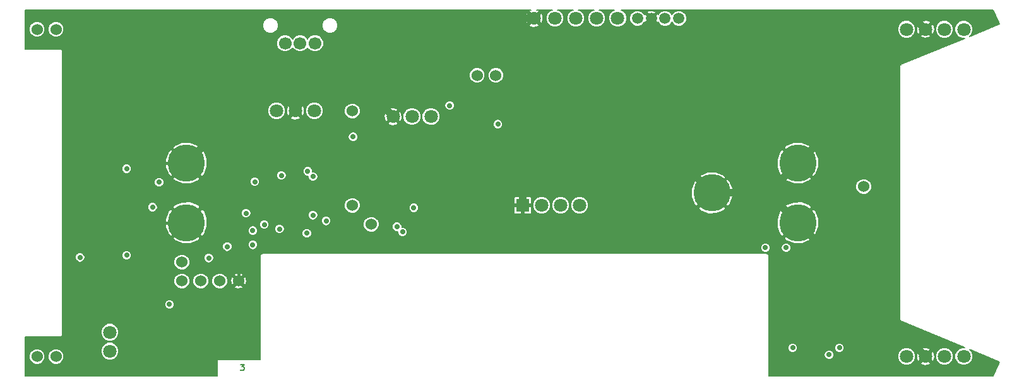
<source format=gbr>
G04 #@! TF.FileFunction,Copper,L3,Inr,Signal*
%FSLAX46Y46*%
G04 Gerber Fmt 4.6, Leading zero omitted, Abs format (unit mm)*
G04 Created by KiCad (PCBNEW 4.0.2+dfsg1-stable) date mer. 17 juil. 2019 11:13:31 CEST*
%MOMM*%
G01*
G04 APERTURE LIST*
%ADD10C,0.100000*%
%ADD11C,0.152400*%
%ADD12C,5.000000*%
%ADD13C,0.800000*%
%ADD14C,1.524000*%
%ADD15C,1.800000*%
%ADD16C,1.500000*%
%ADD17C,1.700000*%
%ADD18R,1.800000X1.800000*%
%ADD19C,0.711200*%
%ADD20C,1.016000*%
%ADD21C,0.406400*%
%ADD22C,0.304800*%
%ADD23C,0.203200*%
%ADD24C,0.200000*%
G04 APERTURE END LIST*
D10*
D11*
X111983334Y-128061905D02*
X112478572Y-128061905D01*
X112211905Y-128366667D01*
X112326191Y-128366667D01*
X112402381Y-128404762D01*
X112440477Y-128442857D01*
X112478572Y-128519048D01*
X112478572Y-128709524D01*
X112440477Y-128785714D01*
X112402381Y-128823810D01*
X112326191Y-128861905D01*
X112097619Y-128861905D01*
X112021429Y-128823810D01*
X111983334Y-128785714D01*
D12*
X104750000Y-101000000D03*
D13*
X104750000Y-99000000D03*
X106750000Y-101000000D03*
X104750000Y-103000000D03*
X102750000Y-101000000D03*
X106160000Y-99590000D03*
X106160000Y-102410000D03*
X103340000Y-102410000D03*
X103340000Y-99590000D03*
D12*
X104750000Y-109000000D03*
D13*
X104750000Y-107000000D03*
X106750000Y-109000000D03*
X104750000Y-111000000D03*
X102750000Y-109000000D03*
X106160000Y-107590000D03*
X106160000Y-110410000D03*
X103340000Y-110410000D03*
X103340000Y-107590000D03*
D12*
X175250000Y-105000000D03*
D13*
X175250000Y-103000000D03*
X177250000Y-105000000D03*
X175250000Y-107000000D03*
X173250000Y-105000000D03*
X176660000Y-103590000D03*
X176660000Y-106410000D03*
X173840000Y-106410000D03*
X173840000Y-103590000D03*
D12*
X186750000Y-101000000D03*
D13*
X186750000Y-99000000D03*
X188750000Y-101000000D03*
X186750000Y-103000000D03*
X184750000Y-101000000D03*
X188160000Y-99590000D03*
X188160000Y-102410000D03*
X185340000Y-102410000D03*
X185340000Y-99590000D03*
D12*
X186750000Y-109000000D03*
D13*
X186750000Y-107000000D03*
X188750000Y-109000000D03*
X186750000Y-111000000D03*
X184750000Y-109000000D03*
X188160000Y-107590000D03*
X188160000Y-110410000D03*
X185340000Y-110410000D03*
X185340000Y-107590000D03*
D14*
X146250000Y-89200000D03*
X143750000Y-89200000D03*
X84730000Y-127000000D03*
X87270000Y-127000000D03*
X84730000Y-83000000D03*
X87270000Y-83000000D03*
D15*
X94500000Y-126270000D03*
X94500000Y-123730000D03*
X151370000Y-81530000D03*
X154170000Y-81530000D03*
X156970000Y-81530000D03*
X159770000Y-81530000D03*
X162600000Y-81480000D03*
D16*
X165250000Y-81530000D03*
X167100000Y-81530000D03*
X168950000Y-81530000D03*
X170800000Y-81530000D03*
D17*
X122000000Y-84890000D03*
X120000000Y-84890000D03*
X118000000Y-84890000D03*
D15*
X137540000Y-94750000D03*
X135000000Y-94750000D03*
X132460000Y-94750000D03*
D14*
X195580000Y-104140000D03*
X106680000Y-116840000D03*
X109220000Y-116840000D03*
X104140000Y-116840000D03*
X111760000Y-116840000D03*
D15*
X116840000Y-93980000D03*
X119380000Y-93980000D03*
X121920000Y-93980000D03*
D14*
X127000000Y-93980000D03*
D15*
X201320000Y-83000000D03*
X203890000Y-83000000D03*
X206430000Y-83000000D03*
X209000000Y-83000000D03*
X201320000Y-127000000D03*
X203890000Y-127000000D03*
X206430000Y-127000000D03*
X209000000Y-127000000D03*
D14*
X104140000Y-114300000D03*
X129540000Y-109220000D03*
X127000000Y-106680000D03*
D18*
X149860000Y-106680000D03*
D15*
X152400000Y-106680000D03*
X154940000Y-106680000D03*
X157480000Y-106680000D03*
D19*
X137250000Y-101250000D03*
X139500000Y-98250000D03*
X141750000Y-104850000D03*
X143100000Y-94750000D03*
X146520000Y-101070000D03*
X144750000Y-101070000D03*
X93000000Y-99390000D03*
X128740000Y-92770000D03*
X127100000Y-96500000D03*
X94650000Y-112500000D03*
X90510000Y-118750000D03*
X95450000Y-116000000D03*
X97670000Y-117620000D03*
X97670000Y-119640000D03*
X97670000Y-118500000D03*
X97670000Y-121000000D03*
X97670000Y-122360000D03*
X96400000Y-122360000D03*
X114500000Y-111000000D03*
X117250000Y-107000000D03*
X118750000Y-105500000D03*
X118750000Y-107000000D03*
X117250000Y-105500000D03*
X119750000Y-101000000D03*
X125010000Y-108760000D03*
X107800000Y-108240000D03*
X113310000Y-102110000D03*
X122150000Y-97330000D03*
X117250000Y-99000000D03*
X114850000Y-97250000D03*
X101250000Y-104500000D03*
X99000000Y-107050000D03*
X98500000Y-102940000D03*
X97000000Y-104500000D03*
X97000000Y-105750000D03*
X186070000Y-126770000D03*
X110270000Y-103500000D03*
X110270000Y-106500000D03*
X93000000Y-105000000D03*
X90500000Y-110650000D03*
X96750000Y-101750000D03*
X140050000Y-93250000D03*
X192330000Y-125820000D03*
X133750000Y-110250000D03*
X120900000Y-110410000D03*
X110230000Y-112240000D03*
X135250000Y-107000000D03*
X113920000Y-103500000D03*
X117500000Y-102650000D03*
X121730000Y-108000000D03*
X107760000Y-113760000D03*
X123500000Y-108760000D03*
X117250000Y-109840000D03*
X112760000Y-107730000D03*
X100230000Y-106920000D03*
X101090000Y-103570000D03*
X186070000Y-125820000D03*
X190940000Y-126770000D03*
X146520000Y-95750000D03*
X102480000Y-119990000D03*
X113660000Y-110060000D03*
X113660000Y-111980000D03*
X185170000Y-112360000D03*
X182410000Y-112360000D03*
X115200000Y-109250000D03*
X127100000Y-97450000D03*
X121020000Y-102090000D03*
X133000000Y-109540000D03*
X121740000Y-102810000D03*
X96750000Y-113390000D03*
X90500000Y-113680000D03*
D20*
X167100000Y-96850000D02*
X154540000Y-96850000D01*
X149860000Y-101530000D02*
X149860000Y-106680000D01*
X154540000Y-96850000D02*
X149860000Y-101530000D01*
D21*
X135960000Y-98250000D02*
X135960000Y-99960000D01*
X135960000Y-99960000D02*
X137250000Y-101250000D01*
X141750000Y-101070000D02*
X141750000Y-99220000D01*
X140780000Y-98250000D02*
X139500000Y-98250000D01*
X141750000Y-99220000D02*
X140780000Y-98250000D01*
X135960000Y-98250000D02*
X139500000Y-98250000D01*
X135960000Y-98250000D02*
X132460000Y-94750000D01*
D22*
X141750000Y-101070000D02*
X141750000Y-104850000D01*
D21*
X144750000Y-101070000D02*
X144750000Y-96400000D01*
X144750000Y-96400000D02*
X143100000Y-94750000D01*
X146520000Y-101070000D02*
X144750000Y-101070000D01*
X144750000Y-101070000D02*
X141750000Y-101070000D01*
X93000000Y-105000000D02*
X93000000Y-99390000D01*
X128740000Y-92260000D02*
X128740000Y-92770000D01*
X127100000Y-96500000D02*
X125800000Y-96500000D01*
X124820000Y-95520000D02*
X124820000Y-92260000D01*
X125800000Y-96500000D02*
X124820000Y-95520000D01*
D20*
X119380000Y-92260000D02*
X124820000Y-92260000D01*
X124820000Y-92260000D02*
X128740000Y-92260000D01*
X128740000Y-92260000D02*
X129970000Y-92260000D01*
X129970000Y-92260000D02*
X132460000Y-94750000D01*
X119380000Y-93980000D02*
X119380000Y-92260000D01*
X111000000Y-94750000D02*
X113650000Y-94750000D01*
X116140000Y-92260000D02*
X119380000Y-92260000D01*
X113650000Y-94750000D02*
X116140000Y-92260000D01*
D23*
X94650000Y-112500000D02*
X92350000Y-112500000D01*
X92350000Y-112500000D02*
X90500000Y-110650000D01*
D21*
X111760000Y-116840000D02*
X111760000Y-115340000D01*
X114500000Y-112600000D02*
X114500000Y-111000000D01*
X111760000Y-115340000D02*
X114500000Y-112600000D01*
D20*
X151370000Y-81530000D02*
X127820000Y-81530000D01*
X111000000Y-83960000D02*
X111000000Y-94750000D01*
X114150000Y-80810000D02*
X111000000Y-83960000D01*
X127100000Y-80810000D02*
X114150000Y-80810000D01*
X127820000Y-81530000D02*
X127100000Y-80810000D01*
D21*
X97750000Y-116000000D02*
X97750000Y-116890000D01*
X97670000Y-116970000D02*
X97670000Y-117620000D01*
X97750000Y-116890000D02*
X97670000Y-116970000D01*
X95450000Y-116000000D02*
X97750000Y-116000000D01*
X97750000Y-116000000D02*
X104750000Y-109000000D01*
X90510000Y-118750000D02*
X90510000Y-117040000D01*
X90510000Y-117040000D02*
X91550000Y-116000000D01*
X91550000Y-116000000D02*
X95450000Y-116000000D01*
D23*
X97670000Y-118500000D02*
X97670000Y-117620000D01*
X97670000Y-119640000D02*
X97670000Y-118500000D01*
D21*
X114500000Y-111000000D02*
X110560000Y-111000000D01*
X110560000Y-111000000D02*
X107800000Y-108240000D01*
D20*
X111000000Y-94750000D02*
X104750000Y-101000000D01*
D21*
X117250000Y-107000000D02*
X118750000Y-107000000D01*
X118750000Y-107000000D02*
X118750000Y-105500000D01*
X117250000Y-105500000D02*
X118750000Y-105500000D01*
X119750000Y-104500000D02*
X118750000Y-105500000D01*
X119750000Y-104500000D02*
X119750000Y-101000000D01*
X125010000Y-108760000D02*
X125010000Y-104830000D01*
X125010000Y-104830000D02*
X121180000Y-101000000D01*
X107800000Y-106500000D02*
X107800000Y-108240000D01*
X113310000Y-102110000D02*
X113310000Y-99970000D01*
X113310000Y-99970000D02*
X114850000Y-98430000D01*
X122150000Y-97330000D02*
X122150000Y-100030000D01*
X114850000Y-98430000D02*
X115420000Y-99000000D01*
X115420000Y-99000000D02*
X117250000Y-99000000D01*
D23*
X117250000Y-99000000D02*
X118300000Y-100050000D01*
X118800000Y-100050000D02*
X119750000Y-101000000D01*
X118300000Y-100050000D02*
X118800000Y-100050000D01*
D21*
X114850000Y-98430000D02*
X114850000Y-97250000D01*
X121180000Y-101000000D02*
X119750000Y-101000000D01*
X122150000Y-100030000D02*
X121180000Y-101000000D01*
X110270000Y-103500000D02*
X110270000Y-99700000D01*
X112720000Y-97250000D02*
X114850000Y-97250000D01*
X110270000Y-99700000D02*
X112720000Y-97250000D01*
X110270000Y-106500000D02*
X110270000Y-103500000D01*
X110270000Y-106500000D02*
X107800000Y-106500000D01*
X107800000Y-106500000D02*
X107250000Y-106500000D01*
X107250000Y-106500000D02*
X104750000Y-109000000D01*
X110270000Y-103500000D02*
X107250000Y-103500000D01*
X107250000Y-103500000D02*
X104750000Y-101000000D01*
X97000000Y-104500000D02*
X101250000Y-104500000D01*
X104750000Y-109000000D02*
X100950000Y-109000000D01*
X100950000Y-109000000D02*
X99000000Y-107050000D01*
X104750000Y-101000000D02*
X100440000Y-101000000D01*
X100440000Y-101000000D02*
X98500000Y-102940000D01*
X99000000Y-107050000D02*
X97440000Y-107050000D01*
X97440000Y-107050000D02*
X97000000Y-106610000D01*
X97000000Y-106610000D02*
X97000000Y-105750000D01*
X98500000Y-102940000D02*
X97420000Y-102940000D01*
X97420000Y-102940000D02*
X97000000Y-103360000D01*
X97000000Y-103360000D02*
X97000000Y-104500000D01*
X97000000Y-104500000D02*
X97000000Y-105750000D01*
X93000000Y-105000000D02*
X95340000Y-105000000D01*
X96090000Y-105750000D02*
X97000000Y-105750000D01*
X95340000Y-105000000D02*
X96090000Y-105750000D01*
D20*
X186750000Y-109000000D02*
X182750000Y-105000000D01*
X175250000Y-105000000D02*
X182750000Y-105000000D01*
X182750000Y-105000000D02*
X186750000Y-101000000D01*
D21*
X193430000Y-116540000D02*
X191980000Y-116540000D01*
X186070000Y-126770000D02*
X188110000Y-126770000D01*
X188670000Y-126210000D02*
X188110000Y-126770000D01*
X188670000Y-119850000D02*
X188670000Y-126210000D01*
X191980000Y-116540000D02*
X188670000Y-119850000D01*
D20*
X193430000Y-115680000D02*
X193430000Y-116540000D01*
X186750000Y-109000000D02*
X193430000Y-115680000D01*
X193430000Y-116540000D02*
X203890000Y-127000000D01*
X192410000Y-95340000D02*
X192410000Y-85260000D01*
X192410000Y-85260000D02*
X196700000Y-80970000D01*
X196700000Y-80970000D02*
X201860000Y-80970000D01*
X201860000Y-80970000D02*
X203890000Y-83000000D01*
X186750000Y-101000000D02*
X192410000Y-95340000D01*
X93000000Y-105000000D02*
X93000000Y-108150000D01*
X93000000Y-108150000D02*
X90500000Y-110650000D01*
X167100000Y-81530000D02*
X167100000Y-96850000D01*
X167100000Y-96850000D02*
X175250000Y-105000000D01*
D24*
G36*
X150779214Y-80454853D02*
X150672352Y-80614563D01*
X151370000Y-81312211D01*
X152067648Y-80614563D01*
X151960786Y-80454853D01*
X151708118Y-80375000D01*
X153822944Y-80375000D01*
X153491143Y-80512097D01*
X153153283Y-80849367D01*
X152970209Y-81290258D01*
X152969793Y-81767647D01*
X153152097Y-82208857D01*
X153489367Y-82546717D01*
X153930258Y-82729791D01*
X154407647Y-82730207D01*
X154848857Y-82547903D01*
X155186717Y-82210633D01*
X155369791Y-81769742D01*
X155370207Y-81292353D01*
X155187903Y-80851143D01*
X154850633Y-80513283D01*
X154517611Y-80375000D01*
X156622944Y-80375000D01*
X156291143Y-80512097D01*
X155953283Y-80849367D01*
X155770209Y-81290258D01*
X155769793Y-81767647D01*
X155952097Y-82208857D01*
X156289367Y-82546717D01*
X156730258Y-82729791D01*
X157207647Y-82730207D01*
X157648857Y-82547903D01*
X157986717Y-82210633D01*
X158169791Y-81769742D01*
X158170207Y-81292353D01*
X157987903Y-80851143D01*
X157650633Y-80513283D01*
X157317611Y-80375000D01*
X159422944Y-80375000D01*
X159091143Y-80512097D01*
X158753283Y-80849367D01*
X158570209Y-81290258D01*
X158569793Y-81767647D01*
X158752097Y-82208857D01*
X159089367Y-82546717D01*
X159530258Y-82729791D01*
X160007647Y-82730207D01*
X160448857Y-82547903D01*
X160786717Y-82210633D01*
X160969791Y-81769742D01*
X160970207Y-81292353D01*
X160787903Y-80851143D01*
X160450633Y-80513283D01*
X160117611Y-80375000D01*
X162131934Y-80375000D01*
X161921143Y-80462097D01*
X161583283Y-80799367D01*
X161400209Y-81240258D01*
X161399793Y-81717647D01*
X161582097Y-82158857D01*
X161919367Y-82496717D01*
X162360258Y-82679791D01*
X162837647Y-82680207D01*
X163278857Y-82497903D01*
X163616717Y-82160633D01*
X163792233Y-81737942D01*
X164199818Y-81737942D01*
X164359334Y-82124000D01*
X164654446Y-82419628D01*
X165040226Y-82579818D01*
X165457942Y-82580182D01*
X165844000Y-82420666D01*
X165928655Y-82336158D01*
X166511631Y-82336158D01*
X166599930Y-82480288D01*
X167001655Y-82599320D01*
X167418352Y-82555558D01*
X167600070Y-82480288D01*
X167688369Y-82336158D01*
X167100000Y-81747789D01*
X166511631Y-82336158D01*
X165928655Y-82336158D01*
X166139628Y-82125554D01*
X166173281Y-82044509D01*
X166293842Y-82118369D01*
X166882211Y-81530000D01*
X167317789Y-81530000D01*
X167906158Y-82118369D01*
X168026535Y-82044622D01*
X168059334Y-82124000D01*
X168354446Y-82419628D01*
X168740226Y-82579818D01*
X169157942Y-82580182D01*
X169544000Y-82420666D01*
X169839628Y-82125554D01*
X169874889Y-82040636D01*
X169909334Y-82124000D01*
X170204446Y-82419628D01*
X170590226Y-82579818D01*
X171007942Y-82580182D01*
X171394000Y-82420666D01*
X171689628Y-82125554D01*
X171849818Y-81739774D01*
X171850182Y-81322058D01*
X171690666Y-80936000D01*
X171395554Y-80640372D01*
X171009774Y-80480182D01*
X170592058Y-80479818D01*
X170206000Y-80639334D01*
X169910372Y-80934446D01*
X169875111Y-81019364D01*
X169840666Y-80936000D01*
X169545554Y-80640372D01*
X169159774Y-80480182D01*
X168742058Y-80479818D01*
X168356000Y-80639334D01*
X168060372Y-80934446D01*
X168026719Y-81015491D01*
X167906158Y-80941631D01*
X167317789Y-81530000D01*
X166882211Y-81530000D01*
X166293842Y-80941631D01*
X166173465Y-81015378D01*
X166140666Y-80936000D01*
X165928879Y-80723842D01*
X166511631Y-80723842D01*
X167100000Y-81312211D01*
X167688369Y-80723842D01*
X167600070Y-80579712D01*
X167198345Y-80460680D01*
X166781648Y-80504442D01*
X166599930Y-80579712D01*
X166511631Y-80723842D01*
X165928879Y-80723842D01*
X165845554Y-80640372D01*
X165459774Y-80480182D01*
X165042058Y-80479818D01*
X164656000Y-80639334D01*
X164360372Y-80934446D01*
X164200182Y-81320226D01*
X164199818Y-81737942D01*
X163792233Y-81737942D01*
X163799791Y-81719742D01*
X163800207Y-81242353D01*
X163617903Y-80801143D01*
X163280633Y-80463283D01*
X163068024Y-80375000D01*
X212959689Y-80375000D01*
X213749822Y-82277456D01*
X209765456Y-83931456D01*
X210016717Y-83680633D01*
X210199791Y-83239742D01*
X210200207Y-82762353D01*
X210017903Y-82321143D01*
X209680633Y-81983283D01*
X209239742Y-81800209D01*
X208762353Y-81799793D01*
X208321143Y-81982097D01*
X207983283Y-82319367D01*
X207800209Y-82760258D01*
X207799793Y-83237647D01*
X207982097Y-83678857D01*
X208319367Y-84016717D01*
X208760258Y-84199791D01*
X209118303Y-84200103D01*
X200606496Y-87733545D01*
X200606494Y-87733545D01*
X200606493Y-87733546D01*
X200606225Y-87733657D01*
X200545554Y-87774264D01*
X200484835Y-87814835D01*
X200484753Y-87814958D01*
X200484630Y-87815040D01*
X200444047Y-87875879D01*
X200403545Y-87936494D01*
X200403516Y-87936639D01*
X200403434Y-87936762D01*
X200389241Y-88008408D01*
X200375000Y-88080000D01*
X200375000Y-121920000D01*
X200389241Y-121991592D01*
X200403434Y-122063238D01*
X200403516Y-122063361D01*
X200403545Y-122063506D01*
X200444047Y-122124121D01*
X200484630Y-122184960D01*
X200484753Y-122185042D01*
X200484835Y-122185165D01*
X200545554Y-122225736D01*
X200606225Y-122266343D01*
X200606493Y-122266454D01*
X200606494Y-122266455D01*
X200606496Y-122266455D01*
X209118801Y-125800104D01*
X208762353Y-125799793D01*
X208321143Y-125982097D01*
X207983283Y-126319367D01*
X207800209Y-126760258D01*
X207799793Y-127237647D01*
X207982097Y-127678857D01*
X208319367Y-128016717D01*
X208760258Y-128199791D01*
X209237647Y-128200207D01*
X209678857Y-128017903D01*
X210016717Y-127680633D01*
X210199791Y-127239742D01*
X210200207Y-126762353D01*
X210017903Y-126321143D01*
X209765951Y-126068750D01*
X213749822Y-127722544D01*
X212959689Y-129625000D01*
X182875000Y-129625000D01*
X182875000Y-126899835D01*
X190284286Y-126899835D01*
X190383885Y-127140882D01*
X190568148Y-127325467D01*
X190809021Y-127425486D01*
X191069835Y-127425714D01*
X191310882Y-127326115D01*
X191399504Y-127237647D01*
X200119793Y-127237647D01*
X200302097Y-127678857D01*
X200639367Y-128016717D01*
X201080258Y-128199791D01*
X201557647Y-128200207D01*
X201998857Y-128017903D01*
X202101502Y-127915437D01*
X203192352Y-127915437D01*
X203299214Y-128075147D01*
X203755626Y-128219391D01*
X204232496Y-128177993D01*
X204480786Y-128075147D01*
X204587648Y-127915437D01*
X203890000Y-127217789D01*
X203192352Y-127915437D01*
X202101502Y-127915437D01*
X202336717Y-127680633D01*
X202519791Y-127239742D01*
X202520117Y-126865626D01*
X202670609Y-126865626D01*
X202712007Y-127342496D01*
X202814853Y-127590786D01*
X202974563Y-127697648D01*
X203672211Y-127000000D01*
X204107789Y-127000000D01*
X204805437Y-127697648D01*
X204965147Y-127590786D01*
X205076752Y-127237647D01*
X205229793Y-127237647D01*
X205412097Y-127678857D01*
X205749367Y-128016717D01*
X206190258Y-128199791D01*
X206667647Y-128200207D01*
X207108857Y-128017903D01*
X207446717Y-127680633D01*
X207629791Y-127239742D01*
X207630207Y-126762353D01*
X207447903Y-126321143D01*
X207110633Y-125983283D01*
X206669742Y-125800209D01*
X206192353Y-125799793D01*
X205751143Y-125982097D01*
X205413283Y-126319367D01*
X205230209Y-126760258D01*
X205229793Y-127237647D01*
X205076752Y-127237647D01*
X205109391Y-127134374D01*
X205067993Y-126657504D01*
X204965147Y-126409214D01*
X204805437Y-126302352D01*
X204107789Y-127000000D01*
X203672211Y-127000000D01*
X202974563Y-126302352D01*
X202814853Y-126409214D01*
X202670609Y-126865626D01*
X202520117Y-126865626D01*
X202520207Y-126762353D01*
X202337903Y-126321143D01*
X202101737Y-126084563D01*
X203192352Y-126084563D01*
X203890000Y-126782211D01*
X204587648Y-126084563D01*
X204480786Y-125924853D01*
X204024374Y-125780609D01*
X203547504Y-125822007D01*
X203299214Y-125924853D01*
X203192352Y-126084563D01*
X202101737Y-126084563D01*
X202000633Y-125983283D01*
X201559742Y-125800209D01*
X201082353Y-125799793D01*
X200641143Y-125982097D01*
X200303283Y-126319367D01*
X200120209Y-126760258D01*
X200119793Y-127237647D01*
X191399504Y-127237647D01*
X191495467Y-127141852D01*
X191595486Y-126900979D01*
X191595714Y-126640165D01*
X191496115Y-126399118D01*
X191311852Y-126214533D01*
X191070979Y-126114514D01*
X190810165Y-126114286D01*
X190569118Y-126213885D01*
X190384533Y-126398148D01*
X190284514Y-126639021D01*
X190284286Y-126899835D01*
X182875000Y-126899835D01*
X182875000Y-125949835D01*
X185414286Y-125949835D01*
X185513885Y-126190882D01*
X185698148Y-126375467D01*
X185939021Y-126475486D01*
X186199835Y-126475714D01*
X186440882Y-126376115D01*
X186625467Y-126191852D01*
X186725486Y-125950979D01*
X186725487Y-125949835D01*
X191674286Y-125949835D01*
X191773885Y-126190882D01*
X191958148Y-126375467D01*
X192199021Y-126475486D01*
X192459835Y-126475714D01*
X192700882Y-126376115D01*
X192885467Y-126191852D01*
X192985486Y-125950979D01*
X192985714Y-125690165D01*
X192886115Y-125449118D01*
X192701852Y-125264533D01*
X192460979Y-125164514D01*
X192200165Y-125164286D01*
X191959118Y-125263885D01*
X191774533Y-125448148D01*
X191674514Y-125689021D01*
X191674286Y-125949835D01*
X186725487Y-125949835D01*
X186725714Y-125690165D01*
X186626115Y-125449118D01*
X186441852Y-125264533D01*
X186200979Y-125164514D01*
X185940165Y-125164286D01*
X185699118Y-125263885D01*
X185514533Y-125448148D01*
X185414514Y-125689021D01*
X185414286Y-125949835D01*
X182875000Y-125949835D01*
X182875000Y-113500000D01*
X182846455Y-113356494D01*
X182765165Y-113234835D01*
X182643506Y-113153545D01*
X182500000Y-113125000D01*
X115000000Y-113125000D01*
X114856494Y-113153545D01*
X114734835Y-113234835D01*
X114653545Y-113356494D01*
X114625000Y-113500000D01*
X114625000Y-127400000D01*
X109000000Y-127400000D01*
X108961094Y-127407879D01*
X108928319Y-127430273D01*
X108906839Y-127463654D01*
X108900000Y-127500000D01*
X108900000Y-129625000D01*
X83125000Y-129625000D01*
X83125000Y-127210318D01*
X83667816Y-127210318D01*
X83829155Y-127600789D01*
X84127640Y-127899795D01*
X84517828Y-128061815D01*
X84940318Y-128062184D01*
X85330789Y-127900845D01*
X85629795Y-127602360D01*
X85791815Y-127212172D01*
X85791816Y-127210318D01*
X86207816Y-127210318D01*
X86369155Y-127600789D01*
X86667640Y-127899795D01*
X87057828Y-128061815D01*
X87480318Y-128062184D01*
X87870789Y-127900845D01*
X88169795Y-127602360D01*
X88331815Y-127212172D01*
X88332184Y-126789682D01*
X88215650Y-126507647D01*
X93299793Y-126507647D01*
X93482097Y-126948857D01*
X93819367Y-127286717D01*
X94260258Y-127469791D01*
X94737647Y-127470207D01*
X95178857Y-127287903D01*
X95516717Y-126950633D01*
X95699791Y-126509742D01*
X95700207Y-126032353D01*
X95517903Y-125591143D01*
X95180633Y-125253283D01*
X94739742Y-125070209D01*
X94262353Y-125069793D01*
X93821143Y-125252097D01*
X93483283Y-125589367D01*
X93300209Y-126030258D01*
X93299793Y-126507647D01*
X88215650Y-126507647D01*
X88170845Y-126399211D01*
X87872360Y-126100205D01*
X87482172Y-125938185D01*
X87059682Y-125937816D01*
X86669211Y-126099155D01*
X86370205Y-126397640D01*
X86208185Y-126787828D01*
X86207816Y-127210318D01*
X85791816Y-127210318D01*
X85792184Y-126789682D01*
X85630845Y-126399211D01*
X85332360Y-126100205D01*
X84942172Y-125938185D01*
X84519682Y-125937816D01*
X84129211Y-126099155D01*
X83830205Y-126397640D01*
X83668185Y-126787828D01*
X83667816Y-127210318D01*
X83125000Y-127210318D01*
X83125000Y-124375000D01*
X87750000Y-124375000D01*
X87893506Y-124346455D01*
X88015165Y-124265165D01*
X88096455Y-124143506D01*
X88125000Y-124000000D01*
X88125000Y-123967647D01*
X93299793Y-123967647D01*
X93482097Y-124408857D01*
X93819367Y-124746717D01*
X94260258Y-124929791D01*
X94737647Y-124930207D01*
X95178857Y-124747903D01*
X95516717Y-124410633D01*
X95699791Y-123969742D01*
X95700207Y-123492353D01*
X95517903Y-123051143D01*
X95180633Y-122713283D01*
X94739742Y-122530209D01*
X94262353Y-122529793D01*
X93821143Y-122712097D01*
X93483283Y-123049367D01*
X93300209Y-123490258D01*
X93299793Y-123967647D01*
X88125000Y-123967647D01*
X88125000Y-120119835D01*
X101824286Y-120119835D01*
X101923885Y-120360882D01*
X102108148Y-120545467D01*
X102349021Y-120645486D01*
X102609835Y-120645714D01*
X102850882Y-120546115D01*
X103035467Y-120361852D01*
X103135486Y-120120979D01*
X103135714Y-119860165D01*
X103036115Y-119619118D01*
X102851852Y-119434533D01*
X102610979Y-119334514D01*
X102350165Y-119334286D01*
X102109118Y-119433885D01*
X101924533Y-119618148D01*
X101824514Y-119859021D01*
X101824286Y-120119835D01*
X88125000Y-120119835D01*
X88125000Y-117050318D01*
X103077816Y-117050318D01*
X103239155Y-117440789D01*
X103537640Y-117739795D01*
X103927828Y-117901815D01*
X104350318Y-117902184D01*
X104740789Y-117740845D01*
X105039795Y-117442360D01*
X105201815Y-117052172D01*
X105201816Y-117050318D01*
X105617816Y-117050318D01*
X105779155Y-117440789D01*
X106077640Y-117739795D01*
X106467828Y-117901815D01*
X106890318Y-117902184D01*
X107280789Y-117740845D01*
X107579795Y-117442360D01*
X107741815Y-117052172D01*
X107741816Y-117050318D01*
X108157816Y-117050318D01*
X108319155Y-117440789D01*
X108617640Y-117739795D01*
X109007828Y-117901815D01*
X109430318Y-117902184D01*
X109820789Y-117740845D01*
X109906869Y-117654914D01*
X111162874Y-117654914D01*
X111252664Y-117800289D01*
X111658769Y-117921340D01*
X112080286Y-117877768D01*
X112267336Y-117800289D01*
X112357126Y-117654914D01*
X111760000Y-117057789D01*
X111162874Y-117654914D01*
X109906869Y-117654914D01*
X110119795Y-117442360D01*
X110281815Y-117052172D01*
X110282088Y-116738769D01*
X110678660Y-116738769D01*
X110722232Y-117160286D01*
X110799711Y-117347336D01*
X110945086Y-117437126D01*
X111542211Y-116840000D01*
X111977789Y-116840000D01*
X112574914Y-117437126D01*
X112720289Y-117347336D01*
X112841340Y-116941231D01*
X112797768Y-116519714D01*
X112720289Y-116332664D01*
X112574914Y-116242874D01*
X111977789Y-116840000D01*
X111542211Y-116840000D01*
X110945086Y-116242874D01*
X110799711Y-116332664D01*
X110678660Y-116738769D01*
X110282088Y-116738769D01*
X110282184Y-116629682D01*
X110120845Y-116239211D01*
X109907094Y-116025086D01*
X111162874Y-116025086D01*
X111760000Y-116622211D01*
X112357126Y-116025086D01*
X112267336Y-115879711D01*
X111861231Y-115758660D01*
X111439714Y-115802232D01*
X111252664Y-115879711D01*
X111162874Y-116025086D01*
X109907094Y-116025086D01*
X109822360Y-115940205D01*
X109432172Y-115778185D01*
X109009682Y-115777816D01*
X108619211Y-115939155D01*
X108320205Y-116237640D01*
X108158185Y-116627828D01*
X108157816Y-117050318D01*
X107741816Y-117050318D01*
X107742184Y-116629682D01*
X107580845Y-116239211D01*
X107282360Y-115940205D01*
X106892172Y-115778185D01*
X106469682Y-115777816D01*
X106079211Y-115939155D01*
X105780205Y-116237640D01*
X105618185Y-116627828D01*
X105617816Y-117050318D01*
X105201816Y-117050318D01*
X105202184Y-116629682D01*
X105040845Y-116239211D01*
X104742360Y-115940205D01*
X104352172Y-115778185D01*
X103929682Y-115777816D01*
X103539211Y-115939155D01*
X103240205Y-116237640D01*
X103078185Y-116627828D01*
X103077816Y-117050318D01*
X88125000Y-117050318D01*
X88125000Y-114510318D01*
X103077816Y-114510318D01*
X103239155Y-114900789D01*
X103537640Y-115199795D01*
X103927828Y-115361815D01*
X104350318Y-115362184D01*
X104740789Y-115200845D01*
X105039795Y-114902360D01*
X105201815Y-114512172D01*
X105202184Y-114089682D01*
X105119610Y-113889835D01*
X107104286Y-113889835D01*
X107203885Y-114130882D01*
X107388148Y-114315467D01*
X107629021Y-114415486D01*
X107889835Y-114415714D01*
X108130882Y-114316115D01*
X108315467Y-114131852D01*
X108415486Y-113890979D01*
X108415714Y-113630165D01*
X108316115Y-113389118D01*
X108131852Y-113204533D01*
X107890979Y-113104514D01*
X107630165Y-113104286D01*
X107389118Y-113203885D01*
X107204533Y-113388148D01*
X107104514Y-113629021D01*
X107104286Y-113889835D01*
X105119610Y-113889835D01*
X105040845Y-113699211D01*
X104742360Y-113400205D01*
X104352172Y-113238185D01*
X103929682Y-113237816D01*
X103539211Y-113399155D01*
X103240205Y-113697640D01*
X103078185Y-114087828D01*
X103077816Y-114510318D01*
X88125000Y-114510318D01*
X88125000Y-113809835D01*
X89844286Y-113809835D01*
X89943885Y-114050882D01*
X90128148Y-114235467D01*
X90369021Y-114335486D01*
X90629835Y-114335714D01*
X90870882Y-114236115D01*
X91055467Y-114051852D01*
X91155486Y-113810979D01*
X91155714Y-113550165D01*
X91143182Y-113519835D01*
X96094286Y-113519835D01*
X96193885Y-113760882D01*
X96378148Y-113945467D01*
X96619021Y-114045486D01*
X96879835Y-114045714D01*
X97120882Y-113946115D01*
X97305467Y-113761852D01*
X97405486Y-113520979D01*
X97405714Y-113260165D01*
X97306115Y-113019118D01*
X97121852Y-112834533D01*
X96880979Y-112734514D01*
X96620165Y-112734286D01*
X96379118Y-112833885D01*
X96194533Y-113018148D01*
X96094514Y-113259021D01*
X96094286Y-113519835D01*
X91143182Y-113519835D01*
X91056115Y-113309118D01*
X90871852Y-113124533D01*
X90630979Y-113024514D01*
X90370165Y-113024286D01*
X90129118Y-113123885D01*
X89944533Y-113308148D01*
X89844514Y-113549021D01*
X89844286Y-113809835D01*
X88125000Y-113809835D01*
X88125000Y-112369835D01*
X109574286Y-112369835D01*
X109673885Y-112610882D01*
X109858148Y-112795467D01*
X110099021Y-112895486D01*
X110359835Y-112895714D01*
X110600882Y-112796115D01*
X110785467Y-112611852D01*
X110885486Y-112370979D01*
X110885714Y-112110165D01*
X110885578Y-112109835D01*
X113004286Y-112109835D01*
X113103885Y-112350882D01*
X113288148Y-112535467D01*
X113529021Y-112635486D01*
X113789835Y-112635714D01*
X114030882Y-112536115D01*
X114077242Y-112489835D01*
X181754286Y-112489835D01*
X181853885Y-112730882D01*
X182038148Y-112915467D01*
X182279021Y-113015486D01*
X182539835Y-113015714D01*
X182780882Y-112916115D01*
X182965467Y-112731852D01*
X183065486Y-112490979D01*
X183065487Y-112489835D01*
X184514286Y-112489835D01*
X184613885Y-112730882D01*
X184798148Y-112915467D01*
X185039021Y-113015486D01*
X185299835Y-113015714D01*
X185540882Y-112916115D01*
X185725467Y-112731852D01*
X185825486Y-112490979D01*
X185825714Y-112230165D01*
X185726115Y-111989118D01*
X185541852Y-111804533D01*
X185300979Y-111704514D01*
X185040165Y-111704286D01*
X184799118Y-111803885D01*
X184614533Y-111988148D01*
X184514514Y-112229021D01*
X184514286Y-112489835D01*
X183065487Y-112489835D01*
X183065714Y-112230165D01*
X182966115Y-111989118D01*
X182781852Y-111804533D01*
X182540979Y-111704514D01*
X182280165Y-111704286D01*
X182039118Y-111803885D01*
X181854533Y-111988148D01*
X181754514Y-112229021D01*
X181754286Y-112489835D01*
X114077242Y-112489835D01*
X114215467Y-112351852D01*
X114315486Y-112110979D01*
X114315714Y-111850165D01*
X114216115Y-111609118D01*
X114031852Y-111424533D01*
X113790979Y-111324514D01*
X113530165Y-111324286D01*
X113289118Y-111423885D01*
X113104533Y-111608148D01*
X113004514Y-111849021D01*
X113004286Y-112109835D01*
X110885578Y-112109835D01*
X110786115Y-111869118D01*
X110601852Y-111684533D01*
X110360979Y-111584514D01*
X110100165Y-111584286D01*
X109859118Y-111683885D01*
X109674533Y-111868148D01*
X109574514Y-112109021D01*
X109574286Y-112369835D01*
X88125000Y-112369835D01*
X88125000Y-111073275D01*
X102894514Y-111073275D01*
X103197070Y-111399426D01*
X104233500Y-111811061D01*
X105348563Y-111794738D01*
X106302930Y-111399426D01*
X106605486Y-111073275D01*
X184894514Y-111073275D01*
X185197070Y-111399426D01*
X186233500Y-111811061D01*
X187348563Y-111794738D01*
X188302930Y-111399426D01*
X188605486Y-111073275D01*
X186750000Y-109217789D01*
X184894514Y-111073275D01*
X106605486Y-111073275D01*
X104750000Y-109217789D01*
X102894514Y-111073275D01*
X88125000Y-111073275D01*
X88125000Y-108483500D01*
X101938939Y-108483500D01*
X101955262Y-109598563D01*
X102350574Y-110552930D01*
X102676725Y-110855486D01*
X104532211Y-109000000D01*
X104967789Y-109000000D01*
X106823275Y-110855486D01*
X107149426Y-110552930D01*
X107293635Y-110189835D01*
X113004286Y-110189835D01*
X113103885Y-110430882D01*
X113288148Y-110615467D01*
X113529021Y-110715486D01*
X113789835Y-110715714D01*
X114030882Y-110616115D01*
X114107295Y-110539835D01*
X120244286Y-110539835D01*
X120343885Y-110780882D01*
X120528148Y-110965467D01*
X120769021Y-111065486D01*
X121029835Y-111065714D01*
X121270882Y-110966115D01*
X121455467Y-110781852D01*
X121555486Y-110540979D01*
X121555714Y-110280165D01*
X121456115Y-110039118D01*
X121271852Y-109854533D01*
X121030979Y-109754514D01*
X120770165Y-109754286D01*
X120529118Y-109853885D01*
X120344533Y-110038148D01*
X120244514Y-110279021D01*
X120244286Y-110539835D01*
X114107295Y-110539835D01*
X114215467Y-110431852D01*
X114315486Y-110190979D01*
X114315679Y-109969835D01*
X116594286Y-109969835D01*
X116693885Y-110210882D01*
X116878148Y-110395467D01*
X117119021Y-110495486D01*
X117379835Y-110495714D01*
X117620882Y-110396115D01*
X117805467Y-110211852D01*
X117905486Y-109970979D01*
X117905714Y-109710165D01*
X117806115Y-109469118D01*
X117767383Y-109430318D01*
X128477816Y-109430318D01*
X128639155Y-109820789D01*
X128937640Y-110119795D01*
X129327828Y-110281815D01*
X129750318Y-110282184D01*
X130140789Y-110120845D01*
X130439795Y-109822360D01*
X130503128Y-109669835D01*
X132344286Y-109669835D01*
X132443885Y-109910882D01*
X132628148Y-110095467D01*
X132869021Y-110195486D01*
X133094447Y-110195683D01*
X133094286Y-110379835D01*
X133193885Y-110620882D01*
X133378148Y-110805467D01*
X133619021Y-110905486D01*
X133879835Y-110905714D01*
X134120882Y-110806115D01*
X134305467Y-110621852D01*
X134405486Y-110380979D01*
X134405714Y-110120165D01*
X134306115Y-109879118D01*
X134121852Y-109694533D01*
X133880979Y-109594514D01*
X133655553Y-109594317D01*
X133655714Y-109410165D01*
X133556115Y-109169118D01*
X133371852Y-108984533D01*
X133130979Y-108884514D01*
X132870165Y-108884286D01*
X132629118Y-108983885D01*
X132444533Y-109168148D01*
X132344514Y-109409021D01*
X132344286Y-109669835D01*
X130503128Y-109669835D01*
X130601815Y-109432172D01*
X130602184Y-109009682D01*
X130440845Y-108619211D01*
X130305371Y-108483500D01*
X183938939Y-108483500D01*
X183955262Y-109598563D01*
X184350574Y-110552930D01*
X184676725Y-110855486D01*
X186532211Y-109000000D01*
X186967789Y-109000000D01*
X188823275Y-110855486D01*
X189149426Y-110552930D01*
X189561061Y-109516500D01*
X189544738Y-108401437D01*
X189149426Y-107447070D01*
X188823275Y-107144514D01*
X186967789Y-109000000D01*
X186532211Y-109000000D01*
X184676725Y-107144514D01*
X184350574Y-107447070D01*
X183938939Y-108483500D01*
X130305371Y-108483500D01*
X130142360Y-108320205D01*
X129752172Y-108158185D01*
X129329682Y-108157816D01*
X128939211Y-108319155D01*
X128640205Y-108617640D01*
X128478185Y-109007828D01*
X128477816Y-109430318D01*
X117767383Y-109430318D01*
X117621852Y-109284533D01*
X117380979Y-109184514D01*
X117120165Y-109184286D01*
X116879118Y-109283885D01*
X116694533Y-109468148D01*
X116594514Y-109709021D01*
X116594286Y-109969835D01*
X114315679Y-109969835D01*
X114315714Y-109930165D01*
X114216115Y-109689118D01*
X114031852Y-109504533D01*
X113790979Y-109404514D01*
X113530165Y-109404286D01*
X113289118Y-109503885D01*
X113104533Y-109688148D01*
X113004514Y-109929021D01*
X113004286Y-110189835D01*
X107293635Y-110189835D01*
X107561061Y-109516500D01*
X107559061Y-109379835D01*
X114544286Y-109379835D01*
X114643885Y-109620882D01*
X114828148Y-109805467D01*
X115069021Y-109905486D01*
X115329835Y-109905714D01*
X115570882Y-109806115D01*
X115755467Y-109621852D01*
X115855486Y-109380979D01*
X115855714Y-109120165D01*
X115760544Y-108889835D01*
X122844286Y-108889835D01*
X122943885Y-109130882D01*
X123128148Y-109315467D01*
X123369021Y-109415486D01*
X123629835Y-109415714D01*
X123870882Y-109316115D01*
X124055467Y-109131852D01*
X124155486Y-108890979D01*
X124155714Y-108630165D01*
X124056115Y-108389118D01*
X123871852Y-108204533D01*
X123630979Y-108104514D01*
X123370165Y-108104286D01*
X123129118Y-108203885D01*
X122944533Y-108388148D01*
X122844514Y-108629021D01*
X122844286Y-108889835D01*
X115760544Y-108889835D01*
X115756115Y-108879118D01*
X115571852Y-108694533D01*
X115330979Y-108594514D01*
X115070165Y-108594286D01*
X114829118Y-108693885D01*
X114644533Y-108878148D01*
X114544514Y-109119021D01*
X114544286Y-109379835D01*
X107559061Y-109379835D01*
X107544738Y-108401437D01*
X107320399Y-107859835D01*
X112104286Y-107859835D01*
X112203885Y-108100882D01*
X112388148Y-108285467D01*
X112629021Y-108385486D01*
X112889835Y-108385714D01*
X113130882Y-108286115D01*
X113287435Y-108129835D01*
X121074286Y-108129835D01*
X121173885Y-108370882D01*
X121358148Y-108555467D01*
X121599021Y-108655486D01*
X121859835Y-108655714D01*
X122100882Y-108556115D01*
X122285467Y-108371852D01*
X122385486Y-108130979D01*
X122385714Y-107870165D01*
X122286115Y-107629118D01*
X122101852Y-107444533D01*
X121860979Y-107344514D01*
X121600165Y-107344286D01*
X121359118Y-107443885D01*
X121174533Y-107628148D01*
X121074514Y-107869021D01*
X121074286Y-108129835D01*
X113287435Y-108129835D01*
X113315467Y-108101852D01*
X113415486Y-107860979D01*
X113415714Y-107600165D01*
X113316115Y-107359118D01*
X113131852Y-107174533D01*
X112890979Y-107074514D01*
X112630165Y-107074286D01*
X112389118Y-107173885D01*
X112204533Y-107358148D01*
X112104514Y-107599021D01*
X112104286Y-107859835D01*
X107320399Y-107859835D01*
X107149426Y-107447070D01*
X106823275Y-107144514D01*
X104967789Y-109000000D01*
X104532211Y-109000000D01*
X102676725Y-107144514D01*
X102350574Y-107447070D01*
X101938939Y-108483500D01*
X88125000Y-108483500D01*
X88125000Y-107049835D01*
X99574286Y-107049835D01*
X99673885Y-107290882D01*
X99858148Y-107475467D01*
X100099021Y-107575486D01*
X100359835Y-107575714D01*
X100600882Y-107476115D01*
X100785467Y-107291852D01*
X100885486Y-107050979D01*
X100885594Y-106926725D01*
X102894514Y-106926725D01*
X104750000Y-108782211D01*
X106605486Y-106926725D01*
X106571713Y-106890318D01*
X125937816Y-106890318D01*
X126099155Y-107280789D01*
X126397640Y-107579795D01*
X126787828Y-107741815D01*
X127210318Y-107742184D01*
X127600789Y-107580845D01*
X127899795Y-107282360D01*
X127963128Y-107129835D01*
X134594286Y-107129835D01*
X134693885Y-107370882D01*
X134878148Y-107555467D01*
X135119021Y-107655486D01*
X135379835Y-107655714D01*
X135620882Y-107556115D01*
X135805467Y-107371852D01*
X135905486Y-107130979D01*
X135905679Y-106909800D01*
X148656800Y-106909800D01*
X148656800Y-107640310D01*
X148702960Y-107751749D01*
X148788251Y-107837041D01*
X148899690Y-107883200D01*
X149630200Y-107883200D01*
X149706000Y-107807400D01*
X149706000Y-106834000D01*
X150014000Y-106834000D01*
X150014000Y-107807400D01*
X150089800Y-107883200D01*
X150820310Y-107883200D01*
X150931749Y-107837041D01*
X151017040Y-107751749D01*
X151063200Y-107640310D01*
X151063200Y-106917647D01*
X151199793Y-106917647D01*
X151382097Y-107358857D01*
X151719367Y-107696717D01*
X152160258Y-107879791D01*
X152637647Y-107880207D01*
X153078857Y-107697903D01*
X153416717Y-107360633D01*
X153599791Y-106919742D01*
X153599792Y-106917647D01*
X153739793Y-106917647D01*
X153922097Y-107358857D01*
X154259367Y-107696717D01*
X154700258Y-107879791D01*
X155177647Y-107880207D01*
X155618857Y-107697903D01*
X155956717Y-107360633D01*
X156139791Y-106919742D01*
X156139792Y-106917647D01*
X156279793Y-106917647D01*
X156462097Y-107358857D01*
X156799367Y-107696717D01*
X157240258Y-107879791D01*
X157717647Y-107880207D01*
X158158857Y-107697903D01*
X158496717Y-107360633D01*
X158616038Y-107073275D01*
X173394514Y-107073275D01*
X173697070Y-107399426D01*
X174733500Y-107811061D01*
X175848563Y-107794738D01*
X176802930Y-107399426D01*
X177105486Y-107073275D01*
X176958936Y-106926725D01*
X184894514Y-106926725D01*
X186750000Y-108782211D01*
X188605486Y-106926725D01*
X188302930Y-106600574D01*
X187266500Y-106188939D01*
X186151437Y-106205262D01*
X185197070Y-106600574D01*
X184894514Y-106926725D01*
X176958936Y-106926725D01*
X175250000Y-105217789D01*
X173394514Y-107073275D01*
X158616038Y-107073275D01*
X158679791Y-106919742D01*
X158680207Y-106442353D01*
X158497903Y-106001143D01*
X158160633Y-105663283D01*
X157719742Y-105480209D01*
X157242353Y-105479793D01*
X156801143Y-105662097D01*
X156463283Y-105999367D01*
X156280209Y-106440258D01*
X156279793Y-106917647D01*
X156139792Y-106917647D01*
X156140207Y-106442353D01*
X155957903Y-106001143D01*
X155620633Y-105663283D01*
X155179742Y-105480209D01*
X154702353Y-105479793D01*
X154261143Y-105662097D01*
X153923283Y-105999367D01*
X153740209Y-106440258D01*
X153739793Y-106917647D01*
X153599792Y-106917647D01*
X153600207Y-106442353D01*
X153417903Y-106001143D01*
X153080633Y-105663283D01*
X152639742Y-105480209D01*
X152162353Y-105479793D01*
X151721143Y-105662097D01*
X151383283Y-105999367D01*
X151200209Y-106440258D01*
X151199793Y-106917647D01*
X151063200Y-106917647D01*
X151063200Y-106909800D01*
X150987400Y-106834000D01*
X150014000Y-106834000D01*
X149706000Y-106834000D01*
X148732600Y-106834000D01*
X148656800Y-106909800D01*
X135905679Y-106909800D01*
X135905714Y-106870165D01*
X135806115Y-106629118D01*
X135621852Y-106444533D01*
X135380979Y-106344514D01*
X135120165Y-106344286D01*
X134879118Y-106443885D01*
X134694533Y-106628148D01*
X134594514Y-106869021D01*
X134594286Y-107129835D01*
X127963128Y-107129835D01*
X128061815Y-106892172D01*
X128062184Y-106469682D01*
X127900845Y-106079211D01*
X127602360Y-105780205D01*
X127456624Y-105719690D01*
X148656800Y-105719690D01*
X148656800Y-106450200D01*
X148732600Y-106526000D01*
X149706000Y-106526000D01*
X149706000Y-105552600D01*
X150014000Y-105552600D01*
X150014000Y-106526000D01*
X150987400Y-106526000D01*
X151063200Y-106450200D01*
X151063200Y-105719690D01*
X151017040Y-105608251D01*
X150931749Y-105522959D01*
X150820310Y-105476800D01*
X150089800Y-105476800D01*
X150014000Y-105552600D01*
X149706000Y-105552600D01*
X149630200Y-105476800D01*
X148899690Y-105476800D01*
X148788251Y-105522959D01*
X148702960Y-105608251D01*
X148656800Y-105719690D01*
X127456624Y-105719690D01*
X127212172Y-105618185D01*
X126789682Y-105617816D01*
X126399211Y-105779155D01*
X126100205Y-106077640D01*
X125938185Y-106467828D01*
X125937816Y-106890318D01*
X106571713Y-106890318D01*
X106302930Y-106600574D01*
X105266500Y-106188939D01*
X104151437Y-106205262D01*
X103197070Y-106600574D01*
X102894514Y-106926725D01*
X100885594Y-106926725D01*
X100885714Y-106790165D01*
X100786115Y-106549118D01*
X100601852Y-106364533D01*
X100360979Y-106264514D01*
X100100165Y-106264286D01*
X99859118Y-106363885D01*
X99674533Y-106548148D01*
X99574514Y-106789021D01*
X99574286Y-107049835D01*
X88125000Y-107049835D01*
X88125000Y-104483500D01*
X172438939Y-104483500D01*
X172455262Y-105598563D01*
X172850574Y-106552930D01*
X173176725Y-106855486D01*
X175032211Y-105000000D01*
X175467789Y-105000000D01*
X177323275Y-106855486D01*
X177649426Y-106552930D01*
X178061061Y-105516500D01*
X178044738Y-104401437D01*
X178023564Y-104350318D01*
X194517816Y-104350318D01*
X194679155Y-104740789D01*
X194977640Y-105039795D01*
X195367828Y-105201815D01*
X195790318Y-105202184D01*
X196180789Y-105040845D01*
X196479795Y-104742360D01*
X196641815Y-104352172D01*
X196642184Y-103929682D01*
X196480845Y-103539211D01*
X196182360Y-103240205D01*
X195792172Y-103078185D01*
X195369682Y-103077816D01*
X194979211Y-103239155D01*
X194680205Y-103537640D01*
X194518185Y-103927828D01*
X194517816Y-104350318D01*
X178023564Y-104350318D01*
X177649426Y-103447070D01*
X177323275Y-103144514D01*
X175467789Y-105000000D01*
X175032211Y-105000000D01*
X173176725Y-103144514D01*
X172850574Y-103447070D01*
X172438939Y-104483500D01*
X88125000Y-104483500D01*
X88125000Y-103699835D01*
X100434286Y-103699835D01*
X100533885Y-103940882D01*
X100718148Y-104125467D01*
X100959021Y-104225486D01*
X101219835Y-104225714D01*
X101460882Y-104126115D01*
X101645467Y-103941852D01*
X101745486Y-103700979D01*
X101745714Y-103440165D01*
X101646115Y-103199118D01*
X101520492Y-103073275D01*
X102894514Y-103073275D01*
X103197070Y-103399426D01*
X104233500Y-103811061D01*
X105348563Y-103794738D01*
X105746673Y-103629835D01*
X113264286Y-103629835D01*
X113363885Y-103870882D01*
X113548148Y-104055467D01*
X113789021Y-104155486D01*
X114049835Y-104155714D01*
X114290882Y-104056115D01*
X114475467Y-103871852D01*
X114575486Y-103630979D01*
X114575714Y-103370165D01*
X114476115Y-103129118D01*
X114291852Y-102944533D01*
X114050979Y-102844514D01*
X113790165Y-102844286D01*
X113549118Y-102943885D01*
X113364533Y-103128148D01*
X113264514Y-103369021D01*
X113264286Y-103629835D01*
X105746673Y-103629835D01*
X106302930Y-103399426D01*
X106605486Y-103073275D01*
X104750000Y-101217789D01*
X102894514Y-103073275D01*
X101520492Y-103073275D01*
X101461852Y-103014533D01*
X101220979Y-102914514D01*
X100960165Y-102914286D01*
X100719118Y-103013885D01*
X100534533Y-103198148D01*
X100434514Y-103439021D01*
X100434286Y-103699835D01*
X88125000Y-103699835D01*
X88125000Y-101879835D01*
X96094286Y-101879835D01*
X96193885Y-102120882D01*
X96378148Y-102305467D01*
X96619021Y-102405486D01*
X96879835Y-102405714D01*
X97120882Y-102306115D01*
X97305467Y-102121852D01*
X97405486Y-101880979D01*
X97405714Y-101620165D01*
X97306115Y-101379118D01*
X97121852Y-101194533D01*
X96880979Y-101094514D01*
X96620165Y-101094286D01*
X96379118Y-101193885D01*
X96194533Y-101378148D01*
X96094514Y-101619021D01*
X96094286Y-101879835D01*
X88125000Y-101879835D01*
X88125000Y-100483500D01*
X101938939Y-100483500D01*
X101955262Y-101598563D01*
X102350574Y-102552930D01*
X102676725Y-102855486D01*
X104532211Y-101000000D01*
X104967789Y-101000000D01*
X106823275Y-102855486D01*
X106904825Y-102779835D01*
X116844286Y-102779835D01*
X116943885Y-103020882D01*
X117128148Y-103205467D01*
X117369021Y-103305486D01*
X117629835Y-103305714D01*
X117870882Y-103206115D01*
X118055467Y-103021852D01*
X118155486Y-102780979D01*
X118155714Y-102520165D01*
X118056115Y-102279118D01*
X117996936Y-102219835D01*
X120364286Y-102219835D01*
X120463885Y-102460882D01*
X120648148Y-102645467D01*
X120889021Y-102745486D01*
X121084456Y-102745657D01*
X121084286Y-102939835D01*
X121183885Y-103180882D01*
X121368148Y-103365467D01*
X121609021Y-103465486D01*
X121869835Y-103465714D01*
X122110882Y-103366115D01*
X122295467Y-103181852D01*
X122395486Y-102940979D01*
X122395498Y-102926725D01*
X173394514Y-102926725D01*
X175250000Y-104782211D01*
X176958936Y-103073275D01*
X184894514Y-103073275D01*
X185197070Y-103399426D01*
X186233500Y-103811061D01*
X187348563Y-103794738D01*
X188302930Y-103399426D01*
X188605486Y-103073275D01*
X186750000Y-101217789D01*
X184894514Y-103073275D01*
X176958936Y-103073275D01*
X177105486Y-102926725D01*
X176802930Y-102600574D01*
X175766500Y-102188939D01*
X174651437Y-102205262D01*
X173697070Y-102600574D01*
X173394514Y-102926725D01*
X122395498Y-102926725D01*
X122395714Y-102680165D01*
X122296115Y-102439118D01*
X122111852Y-102254533D01*
X121870979Y-102154514D01*
X121675544Y-102154343D01*
X121675714Y-101960165D01*
X121576115Y-101719118D01*
X121391852Y-101534533D01*
X121150979Y-101434514D01*
X120890165Y-101434286D01*
X120649118Y-101533885D01*
X120464533Y-101718148D01*
X120364514Y-101959021D01*
X120364286Y-102219835D01*
X117996936Y-102219835D01*
X117871852Y-102094533D01*
X117630979Y-101994514D01*
X117370165Y-101994286D01*
X117129118Y-102093885D01*
X116944533Y-102278148D01*
X116844514Y-102519021D01*
X116844286Y-102779835D01*
X106904825Y-102779835D01*
X107149426Y-102552930D01*
X107561061Y-101516500D01*
X107545940Y-100483500D01*
X183938939Y-100483500D01*
X183955262Y-101598563D01*
X184350574Y-102552930D01*
X184676725Y-102855486D01*
X186532211Y-101000000D01*
X186967789Y-101000000D01*
X188823275Y-102855486D01*
X189149426Y-102552930D01*
X189561061Y-101516500D01*
X189544738Y-100401437D01*
X189149426Y-99447070D01*
X188823275Y-99144514D01*
X186967789Y-101000000D01*
X186532211Y-101000000D01*
X184676725Y-99144514D01*
X184350574Y-99447070D01*
X183938939Y-100483500D01*
X107545940Y-100483500D01*
X107544738Y-100401437D01*
X107149426Y-99447070D01*
X106823275Y-99144514D01*
X104967789Y-101000000D01*
X104532211Y-101000000D01*
X102676725Y-99144514D01*
X102350574Y-99447070D01*
X101938939Y-100483500D01*
X88125000Y-100483500D01*
X88125000Y-98926725D01*
X102894514Y-98926725D01*
X104750000Y-100782211D01*
X106605486Y-98926725D01*
X184894514Y-98926725D01*
X186750000Y-100782211D01*
X188605486Y-98926725D01*
X188302930Y-98600574D01*
X187266500Y-98188939D01*
X186151437Y-98205262D01*
X185197070Y-98600574D01*
X184894514Y-98926725D01*
X106605486Y-98926725D01*
X106302930Y-98600574D01*
X105266500Y-98188939D01*
X104151437Y-98205262D01*
X103197070Y-98600574D01*
X102894514Y-98926725D01*
X88125000Y-98926725D01*
X88125000Y-97579835D01*
X126444286Y-97579835D01*
X126543885Y-97820882D01*
X126728148Y-98005467D01*
X126969021Y-98105486D01*
X127229835Y-98105714D01*
X127470882Y-98006115D01*
X127655467Y-97821852D01*
X127755486Y-97580979D01*
X127755714Y-97320165D01*
X127656115Y-97079118D01*
X127471852Y-96894533D01*
X127230979Y-96794514D01*
X126970165Y-96794286D01*
X126729118Y-96893885D01*
X126544533Y-97078148D01*
X126444514Y-97319021D01*
X126444286Y-97579835D01*
X88125000Y-97579835D01*
X88125000Y-95665437D01*
X131762352Y-95665437D01*
X131869214Y-95825147D01*
X132325626Y-95969391D01*
X132802496Y-95927993D01*
X133050786Y-95825147D01*
X133157648Y-95665437D01*
X132460000Y-94967789D01*
X131762352Y-95665437D01*
X88125000Y-95665437D01*
X88125000Y-94217647D01*
X115639793Y-94217647D01*
X115822097Y-94658857D01*
X116159367Y-94996717D01*
X116600258Y-95179791D01*
X117077647Y-95180207D01*
X117518857Y-94997903D01*
X117621502Y-94895437D01*
X118682352Y-94895437D01*
X118789214Y-95055147D01*
X119245626Y-95199391D01*
X119722496Y-95157993D01*
X119970786Y-95055147D01*
X120077648Y-94895437D01*
X119380000Y-94197789D01*
X118682352Y-94895437D01*
X117621502Y-94895437D01*
X117856717Y-94660633D01*
X118039791Y-94219742D01*
X118040117Y-93845626D01*
X118160609Y-93845626D01*
X118202007Y-94322496D01*
X118304853Y-94570786D01*
X118464563Y-94677648D01*
X119162211Y-93980000D01*
X119597789Y-93980000D01*
X120295437Y-94677648D01*
X120455147Y-94570786D01*
X120566752Y-94217647D01*
X120719793Y-94217647D01*
X120902097Y-94658857D01*
X121239367Y-94996717D01*
X121680258Y-95179791D01*
X122157647Y-95180207D01*
X122598857Y-94997903D01*
X122936717Y-94660633D01*
X123119791Y-94219742D01*
X123119816Y-94190318D01*
X125937816Y-94190318D01*
X126099155Y-94580789D01*
X126397640Y-94879795D01*
X126787828Y-95041815D01*
X127210318Y-95042184D01*
X127600789Y-94880845D01*
X127866470Y-94615626D01*
X131240609Y-94615626D01*
X131282007Y-95092496D01*
X131384853Y-95340786D01*
X131544563Y-95447648D01*
X132242211Y-94750000D01*
X132677789Y-94750000D01*
X133375437Y-95447648D01*
X133535147Y-95340786D01*
X133646752Y-94987647D01*
X133799793Y-94987647D01*
X133982097Y-95428857D01*
X134319367Y-95766717D01*
X134760258Y-95949791D01*
X135237647Y-95950207D01*
X135678857Y-95767903D01*
X136016717Y-95430633D01*
X136199791Y-94989742D01*
X136199792Y-94987647D01*
X136339793Y-94987647D01*
X136522097Y-95428857D01*
X136859367Y-95766717D01*
X137300258Y-95949791D01*
X137777647Y-95950207D01*
X137947960Y-95879835D01*
X145864286Y-95879835D01*
X145963885Y-96120882D01*
X146148148Y-96305467D01*
X146389021Y-96405486D01*
X146649835Y-96405714D01*
X146890882Y-96306115D01*
X147075467Y-96121852D01*
X147175486Y-95880979D01*
X147175714Y-95620165D01*
X147076115Y-95379118D01*
X146891852Y-95194533D01*
X146650979Y-95094514D01*
X146390165Y-95094286D01*
X146149118Y-95193885D01*
X145964533Y-95378148D01*
X145864514Y-95619021D01*
X145864286Y-95879835D01*
X137947960Y-95879835D01*
X138218857Y-95767903D01*
X138556717Y-95430633D01*
X138739791Y-94989742D01*
X138740207Y-94512353D01*
X138557903Y-94071143D01*
X138220633Y-93733283D01*
X137779742Y-93550209D01*
X137302353Y-93549793D01*
X136861143Y-93732097D01*
X136523283Y-94069367D01*
X136340209Y-94510258D01*
X136339793Y-94987647D01*
X136199792Y-94987647D01*
X136200207Y-94512353D01*
X136017903Y-94071143D01*
X135680633Y-93733283D01*
X135239742Y-93550209D01*
X134762353Y-93549793D01*
X134321143Y-93732097D01*
X133983283Y-94069367D01*
X133800209Y-94510258D01*
X133799793Y-94987647D01*
X133646752Y-94987647D01*
X133679391Y-94884374D01*
X133637993Y-94407504D01*
X133535147Y-94159214D01*
X133375437Y-94052352D01*
X132677789Y-94750000D01*
X132242211Y-94750000D01*
X131544563Y-94052352D01*
X131384853Y-94159214D01*
X131240609Y-94615626D01*
X127866470Y-94615626D01*
X127899795Y-94582360D01*
X128061815Y-94192172D01*
X128062127Y-93834563D01*
X131762352Y-93834563D01*
X132460000Y-94532211D01*
X133157648Y-93834563D01*
X133050786Y-93674853D01*
X132594374Y-93530609D01*
X132117504Y-93572007D01*
X131869214Y-93674853D01*
X131762352Y-93834563D01*
X128062127Y-93834563D01*
X128062184Y-93769682D01*
X127901103Y-93379835D01*
X139394286Y-93379835D01*
X139493885Y-93620882D01*
X139678148Y-93805467D01*
X139919021Y-93905486D01*
X140179835Y-93905714D01*
X140420882Y-93806115D01*
X140605467Y-93621852D01*
X140705486Y-93380979D01*
X140705714Y-93120165D01*
X140606115Y-92879118D01*
X140421852Y-92694533D01*
X140180979Y-92594514D01*
X139920165Y-92594286D01*
X139679118Y-92693885D01*
X139494533Y-92878148D01*
X139394514Y-93119021D01*
X139394286Y-93379835D01*
X127901103Y-93379835D01*
X127900845Y-93379211D01*
X127602360Y-93080205D01*
X127212172Y-92918185D01*
X126789682Y-92917816D01*
X126399211Y-93079155D01*
X126100205Y-93377640D01*
X125938185Y-93767828D01*
X125937816Y-94190318D01*
X123119816Y-94190318D01*
X123120207Y-93742353D01*
X122937903Y-93301143D01*
X122600633Y-92963283D01*
X122159742Y-92780209D01*
X121682353Y-92779793D01*
X121241143Y-92962097D01*
X120903283Y-93299367D01*
X120720209Y-93740258D01*
X120719793Y-94217647D01*
X120566752Y-94217647D01*
X120599391Y-94114374D01*
X120557993Y-93637504D01*
X120455147Y-93389214D01*
X120295437Y-93282352D01*
X119597789Y-93980000D01*
X119162211Y-93980000D01*
X118464563Y-93282352D01*
X118304853Y-93389214D01*
X118160609Y-93845626D01*
X118040117Y-93845626D01*
X118040207Y-93742353D01*
X117857903Y-93301143D01*
X117621737Y-93064563D01*
X118682352Y-93064563D01*
X119380000Y-93762211D01*
X120077648Y-93064563D01*
X119970786Y-92904853D01*
X119514374Y-92760609D01*
X119037504Y-92802007D01*
X118789214Y-92904853D01*
X118682352Y-93064563D01*
X117621737Y-93064563D01*
X117520633Y-92963283D01*
X117079742Y-92780209D01*
X116602353Y-92779793D01*
X116161143Y-92962097D01*
X115823283Y-93299367D01*
X115640209Y-93740258D01*
X115639793Y-94217647D01*
X88125000Y-94217647D01*
X88125000Y-89410318D01*
X142687816Y-89410318D01*
X142849155Y-89800789D01*
X143147640Y-90099795D01*
X143537828Y-90261815D01*
X143960318Y-90262184D01*
X144350789Y-90100845D01*
X144649795Y-89802360D01*
X144811815Y-89412172D01*
X144811816Y-89410318D01*
X145187816Y-89410318D01*
X145349155Y-89800789D01*
X145647640Y-90099795D01*
X146037828Y-90261815D01*
X146460318Y-90262184D01*
X146850789Y-90100845D01*
X147149795Y-89802360D01*
X147311815Y-89412172D01*
X147312184Y-88989682D01*
X147150845Y-88599211D01*
X146852360Y-88300205D01*
X146462172Y-88138185D01*
X146039682Y-88137816D01*
X145649211Y-88299155D01*
X145350205Y-88597640D01*
X145188185Y-88987828D01*
X145187816Y-89410318D01*
X144811816Y-89410318D01*
X144812184Y-88989682D01*
X144650845Y-88599211D01*
X144352360Y-88300205D01*
X143962172Y-88138185D01*
X143539682Y-88137816D01*
X143149211Y-88299155D01*
X142850205Y-88597640D01*
X142688185Y-88987828D01*
X142687816Y-89410318D01*
X88125000Y-89410318D01*
X88125000Y-86000000D01*
X88096455Y-85856494D01*
X88015165Y-85734835D01*
X87893506Y-85653545D01*
X87750000Y-85625000D01*
X83125000Y-85625000D01*
X83125000Y-85117746D01*
X116849801Y-85117746D01*
X117024509Y-85540572D01*
X117347727Y-85864354D01*
X117770247Y-86039800D01*
X118227746Y-86040199D01*
X118650572Y-85865491D01*
X118974354Y-85542273D01*
X118999846Y-85480882D01*
X119024509Y-85540572D01*
X119347727Y-85864354D01*
X119770247Y-86039800D01*
X120227746Y-86040199D01*
X120650572Y-85865491D01*
X120974354Y-85542273D01*
X120999846Y-85480882D01*
X121024509Y-85540572D01*
X121347727Y-85864354D01*
X121770247Y-86039800D01*
X122227746Y-86040199D01*
X122650572Y-85865491D01*
X122974354Y-85542273D01*
X123149800Y-85119753D01*
X123150199Y-84662254D01*
X122975491Y-84239428D01*
X122652273Y-83915646D01*
X122229753Y-83740200D01*
X121772254Y-83739801D01*
X121349428Y-83914509D01*
X121025646Y-84237727D01*
X121000154Y-84299118D01*
X120975491Y-84239428D01*
X120652273Y-83915646D01*
X120229753Y-83740200D01*
X119772254Y-83739801D01*
X119349428Y-83914509D01*
X119025646Y-84237727D01*
X119000154Y-84299118D01*
X118975491Y-84239428D01*
X118652273Y-83915646D01*
X118229753Y-83740200D01*
X117772254Y-83739801D01*
X117349428Y-83914509D01*
X117025646Y-84237727D01*
X116850200Y-84660247D01*
X116849801Y-85117746D01*
X83125000Y-85117746D01*
X83125000Y-83210318D01*
X83667816Y-83210318D01*
X83829155Y-83600789D01*
X84127640Y-83899795D01*
X84517828Y-84061815D01*
X84940318Y-84062184D01*
X85330789Y-83900845D01*
X85629795Y-83602360D01*
X85791815Y-83212172D01*
X85791816Y-83210318D01*
X86207816Y-83210318D01*
X86369155Y-83600789D01*
X86667640Y-83899795D01*
X87057828Y-84061815D01*
X87480318Y-84062184D01*
X87870789Y-83900845D01*
X88169795Y-83602360D01*
X88331815Y-83212172D01*
X88332184Y-82789682D01*
X88294278Y-82697942D01*
X114949818Y-82697942D01*
X115109334Y-83084000D01*
X115404446Y-83379628D01*
X115790226Y-83539818D01*
X116207942Y-83540182D01*
X116594000Y-83380666D01*
X116889628Y-83085554D01*
X117049818Y-82699774D01*
X117049819Y-82697942D01*
X122949818Y-82697942D01*
X123109334Y-83084000D01*
X123404446Y-83379628D01*
X123790226Y-83539818D01*
X124207942Y-83540182D01*
X124594000Y-83380666D01*
X124737269Y-83237647D01*
X200119793Y-83237647D01*
X200302097Y-83678857D01*
X200639367Y-84016717D01*
X201080258Y-84199791D01*
X201557647Y-84200207D01*
X201998857Y-84017903D01*
X202101502Y-83915437D01*
X203192352Y-83915437D01*
X203299214Y-84075147D01*
X203755626Y-84219391D01*
X204232496Y-84177993D01*
X204480786Y-84075147D01*
X204587648Y-83915437D01*
X203890000Y-83217789D01*
X203192352Y-83915437D01*
X202101502Y-83915437D01*
X202336717Y-83680633D01*
X202519791Y-83239742D01*
X202520117Y-82865626D01*
X202670609Y-82865626D01*
X202712007Y-83342496D01*
X202814853Y-83590786D01*
X202974563Y-83697648D01*
X203672211Y-83000000D01*
X204107789Y-83000000D01*
X204805437Y-83697648D01*
X204965147Y-83590786D01*
X205076752Y-83237647D01*
X205229793Y-83237647D01*
X205412097Y-83678857D01*
X205749367Y-84016717D01*
X206190258Y-84199791D01*
X206667647Y-84200207D01*
X207108857Y-84017903D01*
X207446717Y-83680633D01*
X207629791Y-83239742D01*
X207630207Y-82762353D01*
X207447903Y-82321143D01*
X207110633Y-81983283D01*
X206669742Y-81800209D01*
X206192353Y-81799793D01*
X205751143Y-81982097D01*
X205413283Y-82319367D01*
X205230209Y-82760258D01*
X205229793Y-83237647D01*
X205076752Y-83237647D01*
X205109391Y-83134374D01*
X205067993Y-82657504D01*
X204965147Y-82409214D01*
X204805437Y-82302352D01*
X204107789Y-83000000D01*
X203672211Y-83000000D01*
X202974563Y-82302352D01*
X202814853Y-82409214D01*
X202670609Y-82865626D01*
X202520117Y-82865626D01*
X202520207Y-82762353D01*
X202337903Y-82321143D01*
X202101737Y-82084563D01*
X203192352Y-82084563D01*
X203890000Y-82782211D01*
X204587648Y-82084563D01*
X204480786Y-81924853D01*
X204024374Y-81780609D01*
X203547504Y-81822007D01*
X203299214Y-81924853D01*
X203192352Y-82084563D01*
X202101737Y-82084563D01*
X202000633Y-81983283D01*
X201559742Y-81800209D01*
X201082353Y-81799793D01*
X200641143Y-81982097D01*
X200303283Y-82319367D01*
X200120209Y-82760258D01*
X200119793Y-83237647D01*
X124737269Y-83237647D01*
X124889628Y-83085554D01*
X125049818Y-82699774D01*
X125050039Y-82445437D01*
X150672352Y-82445437D01*
X150779214Y-82605147D01*
X151235626Y-82749391D01*
X151712496Y-82707993D01*
X151960786Y-82605147D01*
X152067648Y-82445437D01*
X151370000Y-81747789D01*
X150672352Y-82445437D01*
X125050039Y-82445437D01*
X125050182Y-82282058D01*
X124890666Y-81896000D01*
X124595554Y-81600372D01*
X124209774Y-81440182D01*
X123792058Y-81439818D01*
X123406000Y-81599334D01*
X123110372Y-81894446D01*
X122950182Y-82280226D01*
X122949818Y-82697942D01*
X117049819Y-82697942D01*
X117050182Y-82282058D01*
X116890666Y-81896000D01*
X116595554Y-81600372D01*
X116209774Y-81440182D01*
X115792058Y-81439818D01*
X115406000Y-81599334D01*
X115110372Y-81894446D01*
X114950182Y-82280226D01*
X114949818Y-82697942D01*
X88294278Y-82697942D01*
X88170845Y-82399211D01*
X87872360Y-82100205D01*
X87482172Y-81938185D01*
X87059682Y-81937816D01*
X86669211Y-82099155D01*
X86370205Y-82397640D01*
X86208185Y-82787828D01*
X86207816Y-83210318D01*
X85791816Y-83210318D01*
X85792184Y-82789682D01*
X85630845Y-82399211D01*
X85332360Y-82100205D01*
X84942172Y-81938185D01*
X84519682Y-81937816D01*
X84129211Y-82099155D01*
X83830205Y-82397640D01*
X83668185Y-82787828D01*
X83667816Y-83210318D01*
X83125000Y-83210318D01*
X83125000Y-81395626D01*
X150150609Y-81395626D01*
X150192007Y-81872496D01*
X150294853Y-82120786D01*
X150454563Y-82227648D01*
X151152211Y-81530000D01*
X151587789Y-81530000D01*
X152285437Y-82227648D01*
X152445147Y-82120786D01*
X152589391Y-81664374D01*
X152547993Y-81187504D01*
X152445147Y-80939214D01*
X152285437Y-80832352D01*
X151587789Y-81530000D01*
X151152211Y-81530000D01*
X150454563Y-80832352D01*
X150294853Y-80939214D01*
X150150609Y-81395626D01*
X83125000Y-81395626D01*
X83125000Y-80375000D01*
X150971994Y-80375000D01*
X150779214Y-80454853D01*
X150779214Y-80454853D01*
G37*
X150779214Y-80454853D02*
X150672352Y-80614563D01*
X151370000Y-81312211D01*
X152067648Y-80614563D01*
X151960786Y-80454853D01*
X151708118Y-80375000D01*
X153822944Y-80375000D01*
X153491143Y-80512097D01*
X153153283Y-80849367D01*
X152970209Y-81290258D01*
X152969793Y-81767647D01*
X153152097Y-82208857D01*
X153489367Y-82546717D01*
X153930258Y-82729791D01*
X154407647Y-82730207D01*
X154848857Y-82547903D01*
X155186717Y-82210633D01*
X155369791Y-81769742D01*
X155370207Y-81292353D01*
X155187903Y-80851143D01*
X154850633Y-80513283D01*
X154517611Y-80375000D01*
X156622944Y-80375000D01*
X156291143Y-80512097D01*
X155953283Y-80849367D01*
X155770209Y-81290258D01*
X155769793Y-81767647D01*
X155952097Y-82208857D01*
X156289367Y-82546717D01*
X156730258Y-82729791D01*
X157207647Y-82730207D01*
X157648857Y-82547903D01*
X157986717Y-82210633D01*
X158169791Y-81769742D01*
X158170207Y-81292353D01*
X157987903Y-80851143D01*
X157650633Y-80513283D01*
X157317611Y-80375000D01*
X159422944Y-80375000D01*
X159091143Y-80512097D01*
X158753283Y-80849367D01*
X158570209Y-81290258D01*
X158569793Y-81767647D01*
X158752097Y-82208857D01*
X159089367Y-82546717D01*
X159530258Y-82729791D01*
X160007647Y-82730207D01*
X160448857Y-82547903D01*
X160786717Y-82210633D01*
X160969791Y-81769742D01*
X160970207Y-81292353D01*
X160787903Y-80851143D01*
X160450633Y-80513283D01*
X160117611Y-80375000D01*
X162131934Y-80375000D01*
X161921143Y-80462097D01*
X161583283Y-80799367D01*
X161400209Y-81240258D01*
X161399793Y-81717647D01*
X161582097Y-82158857D01*
X161919367Y-82496717D01*
X162360258Y-82679791D01*
X162837647Y-82680207D01*
X163278857Y-82497903D01*
X163616717Y-82160633D01*
X163792233Y-81737942D01*
X164199818Y-81737942D01*
X164359334Y-82124000D01*
X164654446Y-82419628D01*
X165040226Y-82579818D01*
X165457942Y-82580182D01*
X165844000Y-82420666D01*
X165928655Y-82336158D01*
X166511631Y-82336158D01*
X166599930Y-82480288D01*
X167001655Y-82599320D01*
X167418352Y-82555558D01*
X167600070Y-82480288D01*
X167688369Y-82336158D01*
X167100000Y-81747789D01*
X166511631Y-82336158D01*
X165928655Y-82336158D01*
X166139628Y-82125554D01*
X166173281Y-82044509D01*
X166293842Y-82118369D01*
X166882211Y-81530000D01*
X167317789Y-81530000D01*
X167906158Y-82118369D01*
X168026535Y-82044622D01*
X168059334Y-82124000D01*
X168354446Y-82419628D01*
X168740226Y-82579818D01*
X169157942Y-82580182D01*
X169544000Y-82420666D01*
X169839628Y-82125554D01*
X169874889Y-82040636D01*
X169909334Y-82124000D01*
X170204446Y-82419628D01*
X170590226Y-82579818D01*
X171007942Y-82580182D01*
X171394000Y-82420666D01*
X171689628Y-82125554D01*
X171849818Y-81739774D01*
X171850182Y-81322058D01*
X171690666Y-80936000D01*
X171395554Y-80640372D01*
X171009774Y-80480182D01*
X170592058Y-80479818D01*
X170206000Y-80639334D01*
X169910372Y-80934446D01*
X169875111Y-81019364D01*
X169840666Y-80936000D01*
X169545554Y-80640372D01*
X169159774Y-80480182D01*
X168742058Y-80479818D01*
X168356000Y-80639334D01*
X168060372Y-80934446D01*
X168026719Y-81015491D01*
X167906158Y-80941631D01*
X167317789Y-81530000D01*
X166882211Y-81530000D01*
X166293842Y-80941631D01*
X166173465Y-81015378D01*
X166140666Y-80936000D01*
X165928879Y-80723842D01*
X166511631Y-80723842D01*
X167100000Y-81312211D01*
X167688369Y-80723842D01*
X167600070Y-80579712D01*
X167198345Y-80460680D01*
X166781648Y-80504442D01*
X166599930Y-80579712D01*
X166511631Y-80723842D01*
X165928879Y-80723842D01*
X165845554Y-80640372D01*
X165459774Y-80480182D01*
X165042058Y-80479818D01*
X164656000Y-80639334D01*
X164360372Y-80934446D01*
X164200182Y-81320226D01*
X164199818Y-81737942D01*
X163792233Y-81737942D01*
X163799791Y-81719742D01*
X163800207Y-81242353D01*
X163617903Y-80801143D01*
X163280633Y-80463283D01*
X163068024Y-80375000D01*
X212959689Y-80375000D01*
X213749822Y-82277456D01*
X209765456Y-83931456D01*
X210016717Y-83680633D01*
X210199791Y-83239742D01*
X210200207Y-82762353D01*
X210017903Y-82321143D01*
X209680633Y-81983283D01*
X209239742Y-81800209D01*
X208762353Y-81799793D01*
X208321143Y-81982097D01*
X207983283Y-82319367D01*
X207800209Y-82760258D01*
X207799793Y-83237647D01*
X207982097Y-83678857D01*
X208319367Y-84016717D01*
X208760258Y-84199791D01*
X209118303Y-84200103D01*
X200606496Y-87733545D01*
X200606494Y-87733545D01*
X200606493Y-87733546D01*
X200606225Y-87733657D01*
X200545554Y-87774264D01*
X200484835Y-87814835D01*
X200484753Y-87814958D01*
X200484630Y-87815040D01*
X200444047Y-87875879D01*
X200403545Y-87936494D01*
X200403516Y-87936639D01*
X200403434Y-87936762D01*
X200389241Y-88008408D01*
X200375000Y-88080000D01*
X200375000Y-121920000D01*
X200389241Y-121991592D01*
X200403434Y-122063238D01*
X200403516Y-122063361D01*
X200403545Y-122063506D01*
X200444047Y-122124121D01*
X200484630Y-122184960D01*
X200484753Y-122185042D01*
X200484835Y-122185165D01*
X200545554Y-122225736D01*
X200606225Y-122266343D01*
X200606493Y-122266454D01*
X200606494Y-122266455D01*
X200606496Y-122266455D01*
X209118801Y-125800104D01*
X208762353Y-125799793D01*
X208321143Y-125982097D01*
X207983283Y-126319367D01*
X207800209Y-126760258D01*
X207799793Y-127237647D01*
X207982097Y-127678857D01*
X208319367Y-128016717D01*
X208760258Y-128199791D01*
X209237647Y-128200207D01*
X209678857Y-128017903D01*
X210016717Y-127680633D01*
X210199791Y-127239742D01*
X210200207Y-126762353D01*
X210017903Y-126321143D01*
X209765951Y-126068750D01*
X213749822Y-127722544D01*
X212959689Y-129625000D01*
X182875000Y-129625000D01*
X182875000Y-126899835D01*
X190284286Y-126899835D01*
X190383885Y-127140882D01*
X190568148Y-127325467D01*
X190809021Y-127425486D01*
X191069835Y-127425714D01*
X191310882Y-127326115D01*
X191399504Y-127237647D01*
X200119793Y-127237647D01*
X200302097Y-127678857D01*
X200639367Y-128016717D01*
X201080258Y-128199791D01*
X201557647Y-128200207D01*
X201998857Y-128017903D01*
X202101502Y-127915437D01*
X203192352Y-127915437D01*
X203299214Y-128075147D01*
X203755626Y-128219391D01*
X204232496Y-128177993D01*
X204480786Y-128075147D01*
X204587648Y-127915437D01*
X203890000Y-127217789D01*
X203192352Y-127915437D01*
X202101502Y-127915437D01*
X202336717Y-127680633D01*
X202519791Y-127239742D01*
X202520117Y-126865626D01*
X202670609Y-126865626D01*
X202712007Y-127342496D01*
X202814853Y-127590786D01*
X202974563Y-127697648D01*
X203672211Y-127000000D01*
X204107789Y-127000000D01*
X204805437Y-127697648D01*
X204965147Y-127590786D01*
X205076752Y-127237647D01*
X205229793Y-127237647D01*
X205412097Y-127678857D01*
X205749367Y-128016717D01*
X206190258Y-128199791D01*
X206667647Y-128200207D01*
X207108857Y-128017903D01*
X207446717Y-127680633D01*
X207629791Y-127239742D01*
X207630207Y-126762353D01*
X207447903Y-126321143D01*
X207110633Y-125983283D01*
X206669742Y-125800209D01*
X206192353Y-125799793D01*
X205751143Y-125982097D01*
X205413283Y-126319367D01*
X205230209Y-126760258D01*
X205229793Y-127237647D01*
X205076752Y-127237647D01*
X205109391Y-127134374D01*
X205067993Y-126657504D01*
X204965147Y-126409214D01*
X204805437Y-126302352D01*
X204107789Y-127000000D01*
X203672211Y-127000000D01*
X202974563Y-126302352D01*
X202814853Y-126409214D01*
X202670609Y-126865626D01*
X202520117Y-126865626D01*
X202520207Y-126762353D01*
X202337903Y-126321143D01*
X202101737Y-126084563D01*
X203192352Y-126084563D01*
X203890000Y-126782211D01*
X204587648Y-126084563D01*
X204480786Y-125924853D01*
X204024374Y-125780609D01*
X203547504Y-125822007D01*
X203299214Y-125924853D01*
X203192352Y-126084563D01*
X202101737Y-126084563D01*
X202000633Y-125983283D01*
X201559742Y-125800209D01*
X201082353Y-125799793D01*
X200641143Y-125982097D01*
X200303283Y-126319367D01*
X200120209Y-126760258D01*
X200119793Y-127237647D01*
X191399504Y-127237647D01*
X191495467Y-127141852D01*
X191595486Y-126900979D01*
X191595714Y-126640165D01*
X191496115Y-126399118D01*
X191311852Y-126214533D01*
X191070979Y-126114514D01*
X190810165Y-126114286D01*
X190569118Y-126213885D01*
X190384533Y-126398148D01*
X190284514Y-126639021D01*
X190284286Y-126899835D01*
X182875000Y-126899835D01*
X182875000Y-125949835D01*
X185414286Y-125949835D01*
X185513885Y-126190882D01*
X185698148Y-126375467D01*
X185939021Y-126475486D01*
X186199835Y-126475714D01*
X186440882Y-126376115D01*
X186625467Y-126191852D01*
X186725486Y-125950979D01*
X186725487Y-125949835D01*
X191674286Y-125949835D01*
X191773885Y-126190882D01*
X191958148Y-126375467D01*
X192199021Y-126475486D01*
X192459835Y-126475714D01*
X192700882Y-126376115D01*
X192885467Y-126191852D01*
X192985486Y-125950979D01*
X192985714Y-125690165D01*
X192886115Y-125449118D01*
X192701852Y-125264533D01*
X192460979Y-125164514D01*
X192200165Y-125164286D01*
X191959118Y-125263885D01*
X191774533Y-125448148D01*
X191674514Y-125689021D01*
X191674286Y-125949835D01*
X186725487Y-125949835D01*
X186725714Y-125690165D01*
X186626115Y-125449118D01*
X186441852Y-125264533D01*
X186200979Y-125164514D01*
X185940165Y-125164286D01*
X185699118Y-125263885D01*
X185514533Y-125448148D01*
X185414514Y-125689021D01*
X185414286Y-125949835D01*
X182875000Y-125949835D01*
X182875000Y-113500000D01*
X182846455Y-113356494D01*
X182765165Y-113234835D01*
X182643506Y-113153545D01*
X182500000Y-113125000D01*
X115000000Y-113125000D01*
X114856494Y-113153545D01*
X114734835Y-113234835D01*
X114653545Y-113356494D01*
X114625000Y-113500000D01*
X114625000Y-127400000D01*
X109000000Y-127400000D01*
X108961094Y-127407879D01*
X108928319Y-127430273D01*
X108906839Y-127463654D01*
X108900000Y-127500000D01*
X108900000Y-129625000D01*
X83125000Y-129625000D01*
X83125000Y-127210318D01*
X83667816Y-127210318D01*
X83829155Y-127600789D01*
X84127640Y-127899795D01*
X84517828Y-128061815D01*
X84940318Y-128062184D01*
X85330789Y-127900845D01*
X85629795Y-127602360D01*
X85791815Y-127212172D01*
X85791816Y-127210318D01*
X86207816Y-127210318D01*
X86369155Y-127600789D01*
X86667640Y-127899795D01*
X87057828Y-128061815D01*
X87480318Y-128062184D01*
X87870789Y-127900845D01*
X88169795Y-127602360D01*
X88331815Y-127212172D01*
X88332184Y-126789682D01*
X88215650Y-126507647D01*
X93299793Y-126507647D01*
X93482097Y-126948857D01*
X93819367Y-127286717D01*
X94260258Y-127469791D01*
X94737647Y-127470207D01*
X95178857Y-127287903D01*
X95516717Y-126950633D01*
X95699791Y-126509742D01*
X95700207Y-126032353D01*
X95517903Y-125591143D01*
X95180633Y-125253283D01*
X94739742Y-125070209D01*
X94262353Y-125069793D01*
X93821143Y-125252097D01*
X93483283Y-125589367D01*
X93300209Y-126030258D01*
X93299793Y-126507647D01*
X88215650Y-126507647D01*
X88170845Y-126399211D01*
X87872360Y-126100205D01*
X87482172Y-125938185D01*
X87059682Y-125937816D01*
X86669211Y-126099155D01*
X86370205Y-126397640D01*
X86208185Y-126787828D01*
X86207816Y-127210318D01*
X85791816Y-127210318D01*
X85792184Y-126789682D01*
X85630845Y-126399211D01*
X85332360Y-126100205D01*
X84942172Y-125938185D01*
X84519682Y-125937816D01*
X84129211Y-126099155D01*
X83830205Y-126397640D01*
X83668185Y-126787828D01*
X83667816Y-127210318D01*
X83125000Y-127210318D01*
X83125000Y-124375000D01*
X87750000Y-124375000D01*
X87893506Y-124346455D01*
X88015165Y-124265165D01*
X88096455Y-124143506D01*
X88125000Y-124000000D01*
X88125000Y-123967647D01*
X93299793Y-123967647D01*
X93482097Y-124408857D01*
X93819367Y-124746717D01*
X94260258Y-124929791D01*
X94737647Y-124930207D01*
X95178857Y-124747903D01*
X95516717Y-124410633D01*
X95699791Y-123969742D01*
X95700207Y-123492353D01*
X95517903Y-123051143D01*
X95180633Y-122713283D01*
X94739742Y-122530209D01*
X94262353Y-122529793D01*
X93821143Y-122712097D01*
X93483283Y-123049367D01*
X93300209Y-123490258D01*
X93299793Y-123967647D01*
X88125000Y-123967647D01*
X88125000Y-120119835D01*
X101824286Y-120119835D01*
X101923885Y-120360882D01*
X102108148Y-120545467D01*
X102349021Y-120645486D01*
X102609835Y-120645714D01*
X102850882Y-120546115D01*
X103035467Y-120361852D01*
X103135486Y-120120979D01*
X103135714Y-119860165D01*
X103036115Y-119619118D01*
X102851852Y-119434533D01*
X102610979Y-119334514D01*
X102350165Y-119334286D01*
X102109118Y-119433885D01*
X101924533Y-119618148D01*
X101824514Y-119859021D01*
X101824286Y-120119835D01*
X88125000Y-120119835D01*
X88125000Y-117050318D01*
X103077816Y-117050318D01*
X103239155Y-117440789D01*
X103537640Y-117739795D01*
X103927828Y-117901815D01*
X104350318Y-117902184D01*
X104740789Y-117740845D01*
X105039795Y-117442360D01*
X105201815Y-117052172D01*
X105201816Y-117050318D01*
X105617816Y-117050318D01*
X105779155Y-117440789D01*
X106077640Y-117739795D01*
X106467828Y-117901815D01*
X106890318Y-117902184D01*
X107280789Y-117740845D01*
X107579795Y-117442360D01*
X107741815Y-117052172D01*
X107741816Y-117050318D01*
X108157816Y-117050318D01*
X108319155Y-117440789D01*
X108617640Y-117739795D01*
X109007828Y-117901815D01*
X109430318Y-117902184D01*
X109820789Y-117740845D01*
X109906869Y-117654914D01*
X111162874Y-117654914D01*
X111252664Y-117800289D01*
X111658769Y-117921340D01*
X112080286Y-117877768D01*
X112267336Y-117800289D01*
X112357126Y-117654914D01*
X111760000Y-117057789D01*
X111162874Y-117654914D01*
X109906869Y-117654914D01*
X110119795Y-117442360D01*
X110281815Y-117052172D01*
X110282088Y-116738769D01*
X110678660Y-116738769D01*
X110722232Y-117160286D01*
X110799711Y-117347336D01*
X110945086Y-117437126D01*
X111542211Y-116840000D01*
X111977789Y-116840000D01*
X112574914Y-117437126D01*
X112720289Y-117347336D01*
X112841340Y-116941231D01*
X112797768Y-116519714D01*
X112720289Y-116332664D01*
X112574914Y-116242874D01*
X111977789Y-116840000D01*
X111542211Y-116840000D01*
X110945086Y-116242874D01*
X110799711Y-116332664D01*
X110678660Y-116738769D01*
X110282088Y-116738769D01*
X110282184Y-116629682D01*
X110120845Y-116239211D01*
X109907094Y-116025086D01*
X111162874Y-116025086D01*
X111760000Y-116622211D01*
X112357126Y-116025086D01*
X112267336Y-115879711D01*
X111861231Y-115758660D01*
X111439714Y-115802232D01*
X111252664Y-115879711D01*
X111162874Y-116025086D01*
X109907094Y-116025086D01*
X109822360Y-115940205D01*
X109432172Y-115778185D01*
X109009682Y-115777816D01*
X108619211Y-115939155D01*
X108320205Y-116237640D01*
X108158185Y-116627828D01*
X108157816Y-117050318D01*
X107741816Y-117050318D01*
X107742184Y-116629682D01*
X107580845Y-116239211D01*
X107282360Y-115940205D01*
X106892172Y-115778185D01*
X106469682Y-115777816D01*
X106079211Y-115939155D01*
X105780205Y-116237640D01*
X105618185Y-116627828D01*
X105617816Y-117050318D01*
X105201816Y-117050318D01*
X105202184Y-116629682D01*
X105040845Y-116239211D01*
X104742360Y-115940205D01*
X104352172Y-115778185D01*
X103929682Y-115777816D01*
X103539211Y-115939155D01*
X103240205Y-116237640D01*
X103078185Y-116627828D01*
X103077816Y-117050318D01*
X88125000Y-117050318D01*
X88125000Y-114510318D01*
X103077816Y-114510318D01*
X103239155Y-114900789D01*
X103537640Y-115199795D01*
X103927828Y-115361815D01*
X104350318Y-115362184D01*
X104740789Y-115200845D01*
X105039795Y-114902360D01*
X105201815Y-114512172D01*
X105202184Y-114089682D01*
X105119610Y-113889835D01*
X107104286Y-113889835D01*
X107203885Y-114130882D01*
X107388148Y-114315467D01*
X107629021Y-114415486D01*
X107889835Y-114415714D01*
X108130882Y-114316115D01*
X108315467Y-114131852D01*
X108415486Y-113890979D01*
X108415714Y-113630165D01*
X108316115Y-113389118D01*
X108131852Y-113204533D01*
X107890979Y-113104514D01*
X107630165Y-113104286D01*
X107389118Y-113203885D01*
X107204533Y-113388148D01*
X107104514Y-113629021D01*
X107104286Y-113889835D01*
X105119610Y-113889835D01*
X105040845Y-113699211D01*
X104742360Y-113400205D01*
X104352172Y-113238185D01*
X103929682Y-113237816D01*
X103539211Y-113399155D01*
X103240205Y-113697640D01*
X103078185Y-114087828D01*
X103077816Y-114510318D01*
X88125000Y-114510318D01*
X88125000Y-113809835D01*
X89844286Y-113809835D01*
X89943885Y-114050882D01*
X90128148Y-114235467D01*
X90369021Y-114335486D01*
X90629835Y-114335714D01*
X90870882Y-114236115D01*
X91055467Y-114051852D01*
X91155486Y-113810979D01*
X91155714Y-113550165D01*
X91143182Y-113519835D01*
X96094286Y-113519835D01*
X96193885Y-113760882D01*
X96378148Y-113945467D01*
X96619021Y-114045486D01*
X96879835Y-114045714D01*
X97120882Y-113946115D01*
X97305467Y-113761852D01*
X97405486Y-113520979D01*
X97405714Y-113260165D01*
X97306115Y-113019118D01*
X97121852Y-112834533D01*
X96880979Y-112734514D01*
X96620165Y-112734286D01*
X96379118Y-112833885D01*
X96194533Y-113018148D01*
X96094514Y-113259021D01*
X96094286Y-113519835D01*
X91143182Y-113519835D01*
X91056115Y-113309118D01*
X90871852Y-113124533D01*
X90630979Y-113024514D01*
X90370165Y-113024286D01*
X90129118Y-113123885D01*
X89944533Y-113308148D01*
X89844514Y-113549021D01*
X89844286Y-113809835D01*
X88125000Y-113809835D01*
X88125000Y-112369835D01*
X109574286Y-112369835D01*
X109673885Y-112610882D01*
X109858148Y-112795467D01*
X110099021Y-112895486D01*
X110359835Y-112895714D01*
X110600882Y-112796115D01*
X110785467Y-112611852D01*
X110885486Y-112370979D01*
X110885714Y-112110165D01*
X110885578Y-112109835D01*
X113004286Y-112109835D01*
X113103885Y-112350882D01*
X113288148Y-112535467D01*
X113529021Y-112635486D01*
X113789835Y-112635714D01*
X114030882Y-112536115D01*
X114077242Y-112489835D01*
X181754286Y-112489835D01*
X181853885Y-112730882D01*
X182038148Y-112915467D01*
X182279021Y-113015486D01*
X182539835Y-113015714D01*
X182780882Y-112916115D01*
X182965467Y-112731852D01*
X183065486Y-112490979D01*
X183065487Y-112489835D01*
X184514286Y-112489835D01*
X184613885Y-112730882D01*
X184798148Y-112915467D01*
X185039021Y-113015486D01*
X185299835Y-113015714D01*
X185540882Y-112916115D01*
X185725467Y-112731852D01*
X185825486Y-112490979D01*
X185825714Y-112230165D01*
X185726115Y-111989118D01*
X185541852Y-111804533D01*
X185300979Y-111704514D01*
X185040165Y-111704286D01*
X184799118Y-111803885D01*
X184614533Y-111988148D01*
X184514514Y-112229021D01*
X184514286Y-112489835D01*
X183065487Y-112489835D01*
X183065714Y-112230165D01*
X182966115Y-111989118D01*
X182781852Y-111804533D01*
X182540979Y-111704514D01*
X182280165Y-111704286D01*
X182039118Y-111803885D01*
X181854533Y-111988148D01*
X181754514Y-112229021D01*
X181754286Y-112489835D01*
X114077242Y-112489835D01*
X114215467Y-112351852D01*
X114315486Y-112110979D01*
X114315714Y-111850165D01*
X114216115Y-111609118D01*
X114031852Y-111424533D01*
X113790979Y-111324514D01*
X113530165Y-111324286D01*
X113289118Y-111423885D01*
X113104533Y-111608148D01*
X113004514Y-111849021D01*
X113004286Y-112109835D01*
X110885578Y-112109835D01*
X110786115Y-111869118D01*
X110601852Y-111684533D01*
X110360979Y-111584514D01*
X110100165Y-111584286D01*
X109859118Y-111683885D01*
X109674533Y-111868148D01*
X109574514Y-112109021D01*
X109574286Y-112369835D01*
X88125000Y-112369835D01*
X88125000Y-111073275D01*
X102894514Y-111073275D01*
X103197070Y-111399426D01*
X104233500Y-111811061D01*
X105348563Y-111794738D01*
X106302930Y-111399426D01*
X106605486Y-111073275D01*
X184894514Y-111073275D01*
X185197070Y-111399426D01*
X186233500Y-111811061D01*
X187348563Y-111794738D01*
X188302930Y-111399426D01*
X188605486Y-111073275D01*
X186750000Y-109217789D01*
X184894514Y-111073275D01*
X106605486Y-111073275D01*
X104750000Y-109217789D01*
X102894514Y-111073275D01*
X88125000Y-111073275D01*
X88125000Y-108483500D01*
X101938939Y-108483500D01*
X101955262Y-109598563D01*
X102350574Y-110552930D01*
X102676725Y-110855486D01*
X104532211Y-109000000D01*
X104967789Y-109000000D01*
X106823275Y-110855486D01*
X107149426Y-110552930D01*
X107293635Y-110189835D01*
X113004286Y-110189835D01*
X113103885Y-110430882D01*
X113288148Y-110615467D01*
X113529021Y-110715486D01*
X113789835Y-110715714D01*
X114030882Y-110616115D01*
X114107295Y-110539835D01*
X120244286Y-110539835D01*
X120343885Y-110780882D01*
X120528148Y-110965467D01*
X120769021Y-111065486D01*
X121029835Y-111065714D01*
X121270882Y-110966115D01*
X121455467Y-110781852D01*
X121555486Y-110540979D01*
X121555714Y-110280165D01*
X121456115Y-110039118D01*
X121271852Y-109854533D01*
X121030979Y-109754514D01*
X120770165Y-109754286D01*
X120529118Y-109853885D01*
X120344533Y-110038148D01*
X120244514Y-110279021D01*
X120244286Y-110539835D01*
X114107295Y-110539835D01*
X114215467Y-110431852D01*
X114315486Y-110190979D01*
X114315679Y-109969835D01*
X116594286Y-109969835D01*
X116693885Y-110210882D01*
X116878148Y-110395467D01*
X117119021Y-110495486D01*
X117379835Y-110495714D01*
X117620882Y-110396115D01*
X117805467Y-110211852D01*
X117905486Y-109970979D01*
X117905714Y-109710165D01*
X117806115Y-109469118D01*
X117767383Y-109430318D01*
X128477816Y-109430318D01*
X128639155Y-109820789D01*
X128937640Y-110119795D01*
X129327828Y-110281815D01*
X129750318Y-110282184D01*
X130140789Y-110120845D01*
X130439795Y-109822360D01*
X130503128Y-109669835D01*
X132344286Y-109669835D01*
X132443885Y-109910882D01*
X132628148Y-110095467D01*
X132869021Y-110195486D01*
X133094447Y-110195683D01*
X133094286Y-110379835D01*
X133193885Y-110620882D01*
X133378148Y-110805467D01*
X133619021Y-110905486D01*
X133879835Y-110905714D01*
X134120882Y-110806115D01*
X134305467Y-110621852D01*
X134405486Y-110380979D01*
X134405714Y-110120165D01*
X134306115Y-109879118D01*
X134121852Y-109694533D01*
X133880979Y-109594514D01*
X133655553Y-109594317D01*
X133655714Y-109410165D01*
X133556115Y-109169118D01*
X133371852Y-108984533D01*
X133130979Y-108884514D01*
X132870165Y-108884286D01*
X132629118Y-108983885D01*
X132444533Y-109168148D01*
X132344514Y-109409021D01*
X132344286Y-109669835D01*
X130503128Y-109669835D01*
X130601815Y-109432172D01*
X130602184Y-109009682D01*
X130440845Y-108619211D01*
X130305371Y-108483500D01*
X183938939Y-108483500D01*
X183955262Y-109598563D01*
X184350574Y-110552930D01*
X184676725Y-110855486D01*
X186532211Y-109000000D01*
X186967789Y-109000000D01*
X188823275Y-110855486D01*
X189149426Y-110552930D01*
X189561061Y-109516500D01*
X189544738Y-108401437D01*
X189149426Y-107447070D01*
X188823275Y-107144514D01*
X186967789Y-109000000D01*
X186532211Y-109000000D01*
X184676725Y-107144514D01*
X184350574Y-107447070D01*
X183938939Y-108483500D01*
X130305371Y-108483500D01*
X130142360Y-108320205D01*
X129752172Y-108158185D01*
X129329682Y-108157816D01*
X128939211Y-108319155D01*
X128640205Y-108617640D01*
X128478185Y-109007828D01*
X128477816Y-109430318D01*
X117767383Y-109430318D01*
X117621852Y-109284533D01*
X117380979Y-109184514D01*
X117120165Y-109184286D01*
X116879118Y-109283885D01*
X116694533Y-109468148D01*
X116594514Y-109709021D01*
X116594286Y-109969835D01*
X114315679Y-109969835D01*
X114315714Y-109930165D01*
X114216115Y-109689118D01*
X114031852Y-109504533D01*
X113790979Y-109404514D01*
X113530165Y-109404286D01*
X113289118Y-109503885D01*
X113104533Y-109688148D01*
X113004514Y-109929021D01*
X113004286Y-110189835D01*
X107293635Y-110189835D01*
X107561061Y-109516500D01*
X107559061Y-109379835D01*
X114544286Y-109379835D01*
X114643885Y-109620882D01*
X114828148Y-109805467D01*
X115069021Y-109905486D01*
X115329835Y-109905714D01*
X115570882Y-109806115D01*
X115755467Y-109621852D01*
X115855486Y-109380979D01*
X115855714Y-109120165D01*
X115760544Y-108889835D01*
X122844286Y-108889835D01*
X122943885Y-109130882D01*
X123128148Y-109315467D01*
X123369021Y-109415486D01*
X123629835Y-109415714D01*
X123870882Y-109316115D01*
X124055467Y-109131852D01*
X124155486Y-108890979D01*
X124155714Y-108630165D01*
X124056115Y-108389118D01*
X123871852Y-108204533D01*
X123630979Y-108104514D01*
X123370165Y-108104286D01*
X123129118Y-108203885D01*
X122944533Y-108388148D01*
X122844514Y-108629021D01*
X122844286Y-108889835D01*
X115760544Y-108889835D01*
X115756115Y-108879118D01*
X115571852Y-108694533D01*
X115330979Y-108594514D01*
X115070165Y-108594286D01*
X114829118Y-108693885D01*
X114644533Y-108878148D01*
X114544514Y-109119021D01*
X114544286Y-109379835D01*
X107559061Y-109379835D01*
X107544738Y-108401437D01*
X107320399Y-107859835D01*
X112104286Y-107859835D01*
X112203885Y-108100882D01*
X112388148Y-108285467D01*
X112629021Y-108385486D01*
X112889835Y-108385714D01*
X113130882Y-108286115D01*
X113287435Y-108129835D01*
X121074286Y-108129835D01*
X121173885Y-108370882D01*
X121358148Y-108555467D01*
X121599021Y-108655486D01*
X121859835Y-108655714D01*
X122100882Y-108556115D01*
X122285467Y-108371852D01*
X122385486Y-108130979D01*
X122385714Y-107870165D01*
X122286115Y-107629118D01*
X122101852Y-107444533D01*
X121860979Y-107344514D01*
X121600165Y-107344286D01*
X121359118Y-107443885D01*
X121174533Y-107628148D01*
X121074514Y-107869021D01*
X121074286Y-108129835D01*
X113287435Y-108129835D01*
X113315467Y-108101852D01*
X113415486Y-107860979D01*
X113415714Y-107600165D01*
X113316115Y-107359118D01*
X113131852Y-107174533D01*
X112890979Y-107074514D01*
X112630165Y-107074286D01*
X112389118Y-107173885D01*
X112204533Y-107358148D01*
X112104514Y-107599021D01*
X112104286Y-107859835D01*
X107320399Y-107859835D01*
X107149426Y-107447070D01*
X106823275Y-107144514D01*
X104967789Y-109000000D01*
X104532211Y-109000000D01*
X102676725Y-107144514D01*
X102350574Y-107447070D01*
X101938939Y-108483500D01*
X88125000Y-108483500D01*
X88125000Y-107049835D01*
X99574286Y-107049835D01*
X99673885Y-107290882D01*
X99858148Y-107475467D01*
X100099021Y-107575486D01*
X100359835Y-107575714D01*
X100600882Y-107476115D01*
X100785467Y-107291852D01*
X100885486Y-107050979D01*
X100885594Y-106926725D01*
X102894514Y-106926725D01*
X104750000Y-108782211D01*
X106605486Y-106926725D01*
X106571713Y-106890318D01*
X125937816Y-106890318D01*
X126099155Y-107280789D01*
X126397640Y-107579795D01*
X126787828Y-107741815D01*
X127210318Y-107742184D01*
X127600789Y-107580845D01*
X127899795Y-107282360D01*
X127963128Y-107129835D01*
X134594286Y-107129835D01*
X134693885Y-107370882D01*
X134878148Y-107555467D01*
X135119021Y-107655486D01*
X135379835Y-107655714D01*
X135620882Y-107556115D01*
X135805467Y-107371852D01*
X135905486Y-107130979D01*
X135905679Y-106909800D01*
X148656800Y-106909800D01*
X148656800Y-107640310D01*
X148702960Y-107751749D01*
X148788251Y-107837041D01*
X148899690Y-107883200D01*
X149630200Y-107883200D01*
X149706000Y-107807400D01*
X149706000Y-106834000D01*
X150014000Y-106834000D01*
X150014000Y-107807400D01*
X150089800Y-107883200D01*
X150820310Y-107883200D01*
X150931749Y-107837041D01*
X151017040Y-107751749D01*
X151063200Y-107640310D01*
X151063200Y-106917647D01*
X151199793Y-106917647D01*
X151382097Y-107358857D01*
X151719367Y-107696717D01*
X152160258Y-107879791D01*
X152637647Y-107880207D01*
X153078857Y-107697903D01*
X153416717Y-107360633D01*
X153599791Y-106919742D01*
X153599792Y-106917647D01*
X153739793Y-106917647D01*
X153922097Y-107358857D01*
X154259367Y-107696717D01*
X154700258Y-107879791D01*
X155177647Y-107880207D01*
X155618857Y-107697903D01*
X155956717Y-107360633D01*
X156139791Y-106919742D01*
X156139792Y-106917647D01*
X156279793Y-106917647D01*
X156462097Y-107358857D01*
X156799367Y-107696717D01*
X157240258Y-107879791D01*
X157717647Y-107880207D01*
X158158857Y-107697903D01*
X158496717Y-107360633D01*
X158616038Y-107073275D01*
X173394514Y-107073275D01*
X173697070Y-107399426D01*
X174733500Y-107811061D01*
X175848563Y-107794738D01*
X176802930Y-107399426D01*
X177105486Y-107073275D01*
X176958936Y-106926725D01*
X184894514Y-106926725D01*
X186750000Y-108782211D01*
X188605486Y-106926725D01*
X188302930Y-106600574D01*
X187266500Y-106188939D01*
X186151437Y-106205262D01*
X185197070Y-106600574D01*
X184894514Y-106926725D01*
X176958936Y-106926725D01*
X175250000Y-105217789D01*
X173394514Y-107073275D01*
X158616038Y-107073275D01*
X158679791Y-106919742D01*
X158680207Y-106442353D01*
X158497903Y-106001143D01*
X158160633Y-105663283D01*
X157719742Y-105480209D01*
X157242353Y-105479793D01*
X156801143Y-105662097D01*
X156463283Y-105999367D01*
X156280209Y-106440258D01*
X156279793Y-106917647D01*
X156139792Y-106917647D01*
X156140207Y-106442353D01*
X155957903Y-106001143D01*
X155620633Y-105663283D01*
X155179742Y-105480209D01*
X154702353Y-105479793D01*
X154261143Y-105662097D01*
X153923283Y-105999367D01*
X153740209Y-106440258D01*
X153739793Y-106917647D01*
X153599792Y-106917647D01*
X153600207Y-106442353D01*
X153417903Y-106001143D01*
X153080633Y-105663283D01*
X152639742Y-105480209D01*
X152162353Y-105479793D01*
X151721143Y-105662097D01*
X151383283Y-105999367D01*
X151200209Y-106440258D01*
X151199793Y-106917647D01*
X151063200Y-106917647D01*
X151063200Y-106909800D01*
X150987400Y-106834000D01*
X150014000Y-106834000D01*
X149706000Y-106834000D01*
X148732600Y-106834000D01*
X148656800Y-106909800D01*
X135905679Y-106909800D01*
X135905714Y-106870165D01*
X135806115Y-106629118D01*
X135621852Y-106444533D01*
X135380979Y-106344514D01*
X135120165Y-106344286D01*
X134879118Y-106443885D01*
X134694533Y-106628148D01*
X134594514Y-106869021D01*
X134594286Y-107129835D01*
X127963128Y-107129835D01*
X128061815Y-106892172D01*
X128062184Y-106469682D01*
X127900845Y-106079211D01*
X127602360Y-105780205D01*
X127456624Y-105719690D01*
X148656800Y-105719690D01*
X148656800Y-106450200D01*
X148732600Y-106526000D01*
X149706000Y-106526000D01*
X149706000Y-105552600D01*
X150014000Y-105552600D01*
X150014000Y-106526000D01*
X150987400Y-106526000D01*
X151063200Y-106450200D01*
X151063200Y-105719690D01*
X151017040Y-105608251D01*
X150931749Y-105522959D01*
X150820310Y-105476800D01*
X150089800Y-105476800D01*
X150014000Y-105552600D01*
X149706000Y-105552600D01*
X149630200Y-105476800D01*
X148899690Y-105476800D01*
X148788251Y-105522959D01*
X148702960Y-105608251D01*
X148656800Y-105719690D01*
X127456624Y-105719690D01*
X127212172Y-105618185D01*
X126789682Y-105617816D01*
X126399211Y-105779155D01*
X126100205Y-106077640D01*
X125938185Y-106467828D01*
X125937816Y-106890318D01*
X106571713Y-106890318D01*
X106302930Y-106600574D01*
X105266500Y-106188939D01*
X104151437Y-106205262D01*
X103197070Y-106600574D01*
X102894514Y-106926725D01*
X100885594Y-106926725D01*
X100885714Y-106790165D01*
X100786115Y-106549118D01*
X100601852Y-106364533D01*
X100360979Y-106264514D01*
X100100165Y-106264286D01*
X99859118Y-106363885D01*
X99674533Y-106548148D01*
X99574514Y-106789021D01*
X99574286Y-107049835D01*
X88125000Y-107049835D01*
X88125000Y-104483500D01*
X172438939Y-104483500D01*
X172455262Y-105598563D01*
X172850574Y-106552930D01*
X173176725Y-106855486D01*
X175032211Y-105000000D01*
X175467789Y-105000000D01*
X177323275Y-106855486D01*
X177649426Y-106552930D01*
X178061061Y-105516500D01*
X178044738Y-104401437D01*
X178023564Y-104350318D01*
X194517816Y-104350318D01*
X194679155Y-104740789D01*
X194977640Y-105039795D01*
X195367828Y-105201815D01*
X195790318Y-105202184D01*
X196180789Y-105040845D01*
X196479795Y-104742360D01*
X196641815Y-104352172D01*
X196642184Y-103929682D01*
X196480845Y-103539211D01*
X196182360Y-103240205D01*
X195792172Y-103078185D01*
X195369682Y-103077816D01*
X194979211Y-103239155D01*
X194680205Y-103537640D01*
X194518185Y-103927828D01*
X194517816Y-104350318D01*
X178023564Y-104350318D01*
X177649426Y-103447070D01*
X177323275Y-103144514D01*
X175467789Y-105000000D01*
X175032211Y-105000000D01*
X173176725Y-103144514D01*
X172850574Y-103447070D01*
X172438939Y-104483500D01*
X88125000Y-104483500D01*
X88125000Y-103699835D01*
X100434286Y-103699835D01*
X100533885Y-103940882D01*
X100718148Y-104125467D01*
X100959021Y-104225486D01*
X101219835Y-104225714D01*
X101460882Y-104126115D01*
X101645467Y-103941852D01*
X101745486Y-103700979D01*
X101745714Y-103440165D01*
X101646115Y-103199118D01*
X101520492Y-103073275D01*
X102894514Y-103073275D01*
X103197070Y-103399426D01*
X104233500Y-103811061D01*
X105348563Y-103794738D01*
X105746673Y-103629835D01*
X113264286Y-103629835D01*
X113363885Y-103870882D01*
X113548148Y-104055467D01*
X113789021Y-104155486D01*
X114049835Y-104155714D01*
X114290882Y-104056115D01*
X114475467Y-103871852D01*
X114575486Y-103630979D01*
X114575714Y-103370165D01*
X114476115Y-103129118D01*
X114291852Y-102944533D01*
X114050979Y-102844514D01*
X113790165Y-102844286D01*
X113549118Y-102943885D01*
X113364533Y-103128148D01*
X113264514Y-103369021D01*
X113264286Y-103629835D01*
X105746673Y-103629835D01*
X106302930Y-103399426D01*
X106605486Y-103073275D01*
X104750000Y-101217789D01*
X102894514Y-103073275D01*
X101520492Y-103073275D01*
X101461852Y-103014533D01*
X101220979Y-102914514D01*
X100960165Y-102914286D01*
X100719118Y-103013885D01*
X100534533Y-103198148D01*
X100434514Y-103439021D01*
X100434286Y-103699835D01*
X88125000Y-103699835D01*
X88125000Y-101879835D01*
X96094286Y-101879835D01*
X96193885Y-102120882D01*
X96378148Y-102305467D01*
X96619021Y-102405486D01*
X96879835Y-102405714D01*
X97120882Y-102306115D01*
X97305467Y-102121852D01*
X97405486Y-101880979D01*
X97405714Y-101620165D01*
X97306115Y-101379118D01*
X97121852Y-101194533D01*
X96880979Y-101094514D01*
X96620165Y-101094286D01*
X96379118Y-101193885D01*
X96194533Y-101378148D01*
X96094514Y-101619021D01*
X96094286Y-101879835D01*
X88125000Y-101879835D01*
X88125000Y-100483500D01*
X101938939Y-100483500D01*
X101955262Y-101598563D01*
X102350574Y-102552930D01*
X102676725Y-102855486D01*
X104532211Y-101000000D01*
X104967789Y-101000000D01*
X106823275Y-102855486D01*
X106904825Y-102779835D01*
X116844286Y-102779835D01*
X116943885Y-103020882D01*
X117128148Y-103205467D01*
X117369021Y-103305486D01*
X117629835Y-103305714D01*
X117870882Y-103206115D01*
X118055467Y-103021852D01*
X118155486Y-102780979D01*
X118155714Y-102520165D01*
X118056115Y-102279118D01*
X117996936Y-102219835D01*
X120364286Y-102219835D01*
X120463885Y-102460882D01*
X120648148Y-102645467D01*
X120889021Y-102745486D01*
X121084456Y-102745657D01*
X121084286Y-102939835D01*
X121183885Y-103180882D01*
X121368148Y-103365467D01*
X121609021Y-103465486D01*
X121869835Y-103465714D01*
X122110882Y-103366115D01*
X122295467Y-103181852D01*
X122395486Y-102940979D01*
X122395498Y-102926725D01*
X173394514Y-102926725D01*
X175250000Y-104782211D01*
X176958936Y-103073275D01*
X184894514Y-103073275D01*
X185197070Y-103399426D01*
X186233500Y-103811061D01*
X187348563Y-103794738D01*
X188302930Y-103399426D01*
X188605486Y-103073275D01*
X186750000Y-101217789D01*
X184894514Y-103073275D01*
X176958936Y-103073275D01*
X177105486Y-102926725D01*
X176802930Y-102600574D01*
X175766500Y-102188939D01*
X174651437Y-102205262D01*
X173697070Y-102600574D01*
X173394514Y-102926725D01*
X122395498Y-102926725D01*
X122395714Y-102680165D01*
X122296115Y-102439118D01*
X122111852Y-102254533D01*
X121870979Y-102154514D01*
X121675544Y-102154343D01*
X121675714Y-101960165D01*
X121576115Y-101719118D01*
X121391852Y-101534533D01*
X121150979Y-101434514D01*
X120890165Y-101434286D01*
X120649118Y-101533885D01*
X120464533Y-101718148D01*
X120364514Y-101959021D01*
X120364286Y-102219835D01*
X117996936Y-102219835D01*
X117871852Y-102094533D01*
X117630979Y-101994514D01*
X117370165Y-101994286D01*
X117129118Y-102093885D01*
X116944533Y-102278148D01*
X116844514Y-102519021D01*
X116844286Y-102779835D01*
X106904825Y-102779835D01*
X107149426Y-102552930D01*
X107561061Y-101516500D01*
X107545940Y-100483500D01*
X183938939Y-100483500D01*
X183955262Y-101598563D01*
X184350574Y-102552930D01*
X184676725Y-102855486D01*
X186532211Y-101000000D01*
X186967789Y-101000000D01*
X188823275Y-102855486D01*
X189149426Y-102552930D01*
X189561061Y-101516500D01*
X189544738Y-100401437D01*
X189149426Y-99447070D01*
X188823275Y-99144514D01*
X186967789Y-101000000D01*
X186532211Y-101000000D01*
X184676725Y-99144514D01*
X184350574Y-99447070D01*
X183938939Y-100483500D01*
X107545940Y-100483500D01*
X107544738Y-100401437D01*
X107149426Y-99447070D01*
X106823275Y-99144514D01*
X104967789Y-101000000D01*
X104532211Y-101000000D01*
X102676725Y-99144514D01*
X102350574Y-99447070D01*
X101938939Y-100483500D01*
X88125000Y-100483500D01*
X88125000Y-98926725D01*
X102894514Y-98926725D01*
X104750000Y-100782211D01*
X106605486Y-98926725D01*
X184894514Y-98926725D01*
X186750000Y-100782211D01*
X188605486Y-98926725D01*
X188302930Y-98600574D01*
X187266500Y-98188939D01*
X186151437Y-98205262D01*
X185197070Y-98600574D01*
X184894514Y-98926725D01*
X106605486Y-98926725D01*
X106302930Y-98600574D01*
X105266500Y-98188939D01*
X104151437Y-98205262D01*
X103197070Y-98600574D01*
X102894514Y-98926725D01*
X88125000Y-98926725D01*
X88125000Y-97579835D01*
X126444286Y-97579835D01*
X126543885Y-97820882D01*
X126728148Y-98005467D01*
X126969021Y-98105486D01*
X127229835Y-98105714D01*
X127470882Y-98006115D01*
X127655467Y-97821852D01*
X127755486Y-97580979D01*
X127755714Y-97320165D01*
X127656115Y-97079118D01*
X127471852Y-96894533D01*
X127230979Y-96794514D01*
X126970165Y-96794286D01*
X126729118Y-96893885D01*
X126544533Y-97078148D01*
X126444514Y-97319021D01*
X126444286Y-97579835D01*
X88125000Y-97579835D01*
X88125000Y-95665437D01*
X131762352Y-95665437D01*
X131869214Y-95825147D01*
X132325626Y-95969391D01*
X132802496Y-95927993D01*
X133050786Y-95825147D01*
X133157648Y-95665437D01*
X132460000Y-94967789D01*
X131762352Y-95665437D01*
X88125000Y-95665437D01*
X88125000Y-94217647D01*
X115639793Y-94217647D01*
X115822097Y-94658857D01*
X116159367Y-94996717D01*
X116600258Y-95179791D01*
X117077647Y-95180207D01*
X117518857Y-94997903D01*
X117621502Y-94895437D01*
X118682352Y-94895437D01*
X118789214Y-95055147D01*
X119245626Y-95199391D01*
X119722496Y-95157993D01*
X119970786Y-95055147D01*
X120077648Y-94895437D01*
X119380000Y-94197789D01*
X118682352Y-94895437D01*
X117621502Y-94895437D01*
X117856717Y-94660633D01*
X118039791Y-94219742D01*
X118040117Y-93845626D01*
X118160609Y-93845626D01*
X118202007Y-94322496D01*
X118304853Y-94570786D01*
X118464563Y-94677648D01*
X119162211Y-93980000D01*
X119597789Y-93980000D01*
X120295437Y-94677648D01*
X120455147Y-94570786D01*
X120566752Y-94217647D01*
X120719793Y-94217647D01*
X120902097Y-94658857D01*
X121239367Y-94996717D01*
X121680258Y-95179791D01*
X122157647Y-95180207D01*
X122598857Y-94997903D01*
X122936717Y-94660633D01*
X123119791Y-94219742D01*
X123119816Y-94190318D01*
X125937816Y-94190318D01*
X126099155Y-94580789D01*
X126397640Y-94879795D01*
X126787828Y-95041815D01*
X127210318Y-95042184D01*
X127600789Y-94880845D01*
X127866470Y-94615626D01*
X131240609Y-94615626D01*
X131282007Y-95092496D01*
X131384853Y-95340786D01*
X131544563Y-95447648D01*
X132242211Y-94750000D01*
X132677789Y-94750000D01*
X133375437Y-95447648D01*
X133535147Y-95340786D01*
X133646752Y-94987647D01*
X133799793Y-94987647D01*
X133982097Y-95428857D01*
X134319367Y-95766717D01*
X134760258Y-95949791D01*
X135237647Y-95950207D01*
X135678857Y-95767903D01*
X136016717Y-95430633D01*
X136199791Y-94989742D01*
X136199792Y-94987647D01*
X136339793Y-94987647D01*
X136522097Y-95428857D01*
X136859367Y-95766717D01*
X137300258Y-95949791D01*
X137777647Y-95950207D01*
X137947960Y-95879835D01*
X145864286Y-95879835D01*
X145963885Y-96120882D01*
X146148148Y-96305467D01*
X146389021Y-96405486D01*
X146649835Y-96405714D01*
X146890882Y-96306115D01*
X147075467Y-96121852D01*
X147175486Y-95880979D01*
X147175714Y-95620165D01*
X147076115Y-95379118D01*
X146891852Y-95194533D01*
X146650979Y-95094514D01*
X146390165Y-95094286D01*
X146149118Y-95193885D01*
X145964533Y-95378148D01*
X145864514Y-95619021D01*
X145864286Y-95879835D01*
X137947960Y-95879835D01*
X138218857Y-95767903D01*
X138556717Y-95430633D01*
X138739791Y-94989742D01*
X138740207Y-94512353D01*
X138557903Y-94071143D01*
X138220633Y-93733283D01*
X137779742Y-93550209D01*
X137302353Y-93549793D01*
X136861143Y-93732097D01*
X136523283Y-94069367D01*
X136340209Y-94510258D01*
X136339793Y-94987647D01*
X136199792Y-94987647D01*
X136200207Y-94512353D01*
X136017903Y-94071143D01*
X135680633Y-93733283D01*
X135239742Y-93550209D01*
X134762353Y-93549793D01*
X134321143Y-93732097D01*
X133983283Y-94069367D01*
X133800209Y-94510258D01*
X133799793Y-94987647D01*
X133646752Y-94987647D01*
X133679391Y-94884374D01*
X133637993Y-94407504D01*
X133535147Y-94159214D01*
X133375437Y-94052352D01*
X132677789Y-94750000D01*
X132242211Y-94750000D01*
X131544563Y-94052352D01*
X131384853Y-94159214D01*
X131240609Y-94615626D01*
X127866470Y-94615626D01*
X127899795Y-94582360D01*
X128061815Y-94192172D01*
X128062127Y-93834563D01*
X131762352Y-93834563D01*
X132460000Y-94532211D01*
X133157648Y-93834563D01*
X133050786Y-93674853D01*
X132594374Y-93530609D01*
X132117504Y-93572007D01*
X131869214Y-93674853D01*
X131762352Y-93834563D01*
X128062127Y-93834563D01*
X128062184Y-93769682D01*
X127901103Y-93379835D01*
X139394286Y-93379835D01*
X139493885Y-93620882D01*
X139678148Y-93805467D01*
X139919021Y-93905486D01*
X140179835Y-93905714D01*
X140420882Y-93806115D01*
X140605467Y-93621852D01*
X140705486Y-93380979D01*
X140705714Y-93120165D01*
X140606115Y-92879118D01*
X140421852Y-92694533D01*
X140180979Y-92594514D01*
X139920165Y-92594286D01*
X139679118Y-92693885D01*
X139494533Y-92878148D01*
X139394514Y-93119021D01*
X139394286Y-93379835D01*
X127901103Y-93379835D01*
X127900845Y-93379211D01*
X127602360Y-93080205D01*
X127212172Y-92918185D01*
X126789682Y-92917816D01*
X126399211Y-93079155D01*
X126100205Y-93377640D01*
X125938185Y-93767828D01*
X125937816Y-94190318D01*
X123119816Y-94190318D01*
X123120207Y-93742353D01*
X122937903Y-93301143D01*
X122600633Y-92963283D01*
X122159742Y-92780209D01*
X121682353Y-92779793D01*
X121241143Y-92962097D01*
X120903283Y-93299367D01*
X120720209Y-93740258D01*
X120719793Y-94217647D01*
X120566752Y-94217647D01*
X120599391Y-94114374D01*
X120557993Y-93637504D01*
X120455147Y-93389214D01*
X120295437Y-93282352D01*
X119597789Y-93980000D01*
X119162211Y-93980000D01*
X118464563Y-93282352D01*
X118304853Y-93389214D01*
X118160609Y-93845626D01*
X118040117Y-93845626D01*
X118040207Y-93742353D01*
X117857903Y-93301143D01*
X117621737Y-93064563D01*
X118682352Y-93064563D01*
X119380000Y-93762211D01*
X120077648Y-93064563D01*
X119970786Y-92904853D01*
X119514374Y-92760609D01*
X119037504Y-92802007D01*
X118789214Y-92904853D01*
X118682352Y-93064563D01*
X117621737Y-93064563D01*
X117520633Y-92963283D01*
X117079742Y-92780209D01*
X116602353Y-92779793D01*
X116161143Y-92962097D01*
X115823283Y-93299367D01*
X115640209Y-93740258D01*
X115639793Y-94217647D01*
X88125000Y-94217647D01*
X88125000Y-89410318D01*
X142687816Y-89410318D01*
X142849155Y-89800789D01*
X143147640Y-90099795D01*
X143537828Y-90261815D01*
X143960318Y-90262184D01*
X144350789Y-90100845D01*
X144649795Y-89802360D01*
X144811815Y-89412172D01*
X144811816Y-89410318D01*
X145187816Y-89410318D01*
X145349155Y-89800789D01*
X145647640Y-90099795D01*
X146037828Y-90261815D01*
X146460318Y-90262184D01*
X146850789Y-90100845D01*
X147149795Y-89802360D01*
X147311815Y-89412172D01*
X147312184Y-88989682D01*
X147150845Y-88599211D01*
X146852360Y-88300205D01*
X146462172Y-88138185D01*
X146039682Y-88137816D01*
X145649211Y-88299155D01*
X145350205Y-88597640D01*
X145188185Y-88987828D01*
X145187816Y-89410318D01*
X144811816Y-89410318D01*
X144812184Y-88989682D01*
X144650845Y-88599211D01*
X144352360Y-88300205D01*
X143962172Y-88138185D01*
X143539682Y-88137816D01*
X143149211Y-88299155D01*
X142850205Y-88597640D01*
X142688185Y-88987828D01*
X142687816Y-89410318D01*
X88125000Y-89410318D01*
X88125000Y-86000000D01*
X88096455Y-85856494D01*
X88015165Y-85734835D01*
X87893506Y-85653545D01*
X87750000Y-85625000D01*
X83125000Y-85625000D01*
X83125000Y-85117746D01*
X116849801Y-85117746D01*
X117024509Y-85540572D01*
X117347727Y-85864354D01*
X117770247Y-86039800D01*
X118227746Y-86040199D01*
X118650572Y-85865491D01*
X118974354Y-85542273D01*
X118999846Y-85480882D01*
X119024509Y-85540572D01*
X119347727Y-85864354D01*
X119770247Y-86039800D01*
X120227746Y-86040199D01*
X120650572Y-85865491D01*
X120974354Y-85542273D01*
X120999846Y-85480882D01*
X121024509Y-85540572D01*
X121347727Y-85864354D01*
X121770247Y-86039800D01*
X122227746Y-86040199D01*
X122650572Y-85865491D01*
X122974354Y-85542273D01*
X123149800Y-85119753D01*
X123150199Y-84662254D01*
X122975491Y-84239428D01*
X122652273Y-83915646D01*
X122229753Y-83740200D01*
X121772254Y-83739801D01*
X121349428Y-83914509D01*
X121025646Y-84237727D01*
X121000154Y-84299118D01*
X120975491Y-84239428D01*
X120652273Y-83915646D01*
X120229753Y-83740200D01*
X119772254Y-83739801D01*
X119349428Y-83914509D01*
X119025646Y-84237727D01*
X119000154Y-84299118D01*
X118975491Y-84239428D01*
X118652273Y-83915646D01*
X118229753Y-83740200D01*
X117772254Y-83739801D01*
X117349428Y-83914509D01*
X117025646Y-84237727D01*
X116850200Y-84660247D01*
X116849801Y-85117746D01*
X83125000Y-85117746D01*
X83125000Y-83210318D01*
X83667816Y-83210318D01*
X83829155Y-83600789D01*
X84127640Y-83899795D01*
X84517828Y-84061815D01*
X84940318Y-84062184D01*
X85330789Y-83900845D01*
X85629795Y-83602360D01*
X85791815Y-83212172D01*
X85791816Y-83210318D01*
X86207816Y-83210318D01*
X86369155Y-83600789D01*
X86667640Y-83899795D01*
X87057828Y-84061815D01*
X87480318Y-84062184D01*
X87870789Y-83900845D01*
X88169795Y-83602360D01*
X88331815Y-83212172D01*
X88332184Y-82789682D01*
X88294278Y-82697942D01*
X114949818Y-82697942D01*
X115109334Y-83084000D01*
X115404446Y-83379628D01*
X115790226Y-83539818D01*
X116207942Y-83540182D01*
X116594000Y-83380666D01*
X116889628Y-83085554D01*
X117049818Y-82699774D01*
X117049819Y-82697942D01*
X122949818Y-82697942D01*
X123109334Y-83084000D01*
X123404446Y-83379628D01*
X123790226Y-83539818D01*
X124207942Y-83540182D01*
X124594000Y-83380666D01*
X124737269Y-83237647D01*
X200119793Y-83237647D01*
X200302097Y-83678857D01*
X200639367Y-84016717D01*
X201080258Y-84199791D01*
X201557647Y-84200207D01*
X201998857Y-84017903D01*
X202101502Y-83915437D01*
X203192352Y-83915437D01*
X203299214Y-84075147D01*
X203755626Y-84219391D01*
X204232496Y-84177993D01*
X204480786Y-84075147D01*
X204587648Y-83915437D01*
X203890000Y-83217789D01*
X203192352Y-83915437D01*
X202101502Y-83915437D01*
X202336717Y-83680633D01*
X202519791Y-83239742D01*
X202520117Y-82865626D01*
X202670609Y-82865626D01*
X202712007Y-83342496D01*
X202814853Y-83590786D01*
X202974563Y-83697648D01*
X203672211Y-83000000D01*
X204107789Y-83000000D01*
X204805437Y-83697648D01*
X204965147Y-83590786D01*
X205076752Y-83237647D01*
X205229793Y-83237647D01*
X205412097Y-83678857D01*
X205749367Y-84016717D01*
X206190258Y-84199791D01*
X206667647Y-84200207D01*
X207108857Y-84017903D01*
X207446717Y-83680633D01*
X207629791Y-83239742D01*
X207630207Y-82762353D01*
X207447903Y-82321143D01*
X207110633Y-81983283D01*
X206669742Y-81800209D01*
X206192353Y-81799793D01*
X205751143Y-81982097D01*
X205413283Y-82319367D01*
X205230209Y-82760258D01*
X205229793Y-83237647D01*
X205076752Y-83237647D01*
X205109391Y-83134374D01*
X205067993Y-82657504D01*
X204965147Y-82409214D01*
X204805437Y-82302352D01*
X204107789Y-83000000D01*
X203672211Y-83000000D01*
X202974563Y-82302352D01*
X202814853Y-82409214D01*
X202670609Y-82865626D01*
X202520117Y-82865626D01*
X202520207Y-82762353D01*
X202337903Y-82321143D01*
X202101737Y-82084563D01*
X203192352Y-82084563D01*
X203890000Y-82782211D01*
X204587648Y-82084563D01*
X204480786Y-81924853D01*
X204024374Y-81780609D01*
X203547504Y-81822007D01*
X203299214Y-81924853D01*
X203192352Y-82084563D01*
X202101737Y-82084563D01*
X202000633Y-81983283D01*
X201559742Y-81800209D01*
X201082353Y-81799793D01*
X200641143Y-81982097D01*
X200303283Y-82319367D01*
X200120209Y-82760258D01*
X200119793Y-83237647D01*
X124737269Y-83237647D01*
X124889628Y-83085554D01*
X125049818Y-82699774D01*
X125050039Y-82445437D01*
X150672352Y-82445437D01*
X150779214Y-82605147D01*
X151235626Y-82749391D01*
X151712496Y-82707993D01*
X151960786Y-82605147D01*
X152067648Y-82445437D01*
X151370000Y-81747789D01*
X150672352Y-82445437D01*
X125050039Y-82445437D01*
X125050182Y-82282058D01*
X124890666Y-81896000D01*
X124595554Y-81600372D01*
X124209774Y-81440182D01*
X123792058Y-81439818D01*
X123406000Y-81599334D01*
X123110372Y-81894446D01*
X122950182Y-82280226D01*
X122949818Y-82697942D01*
X117049819Y-82697942D01*
X117050182Y-82282058D01*
X116890666Y-81896000D01*
X116595554Y-81600372D01*
X116209774Y-81440182D01*
X115792058Y-81439818D01*
X115406000Y-81599334D01*
X115110372Y-81894446D01*
X114950182Y-82280226D01*
X114949818Y-82697942D01*
X88294278Y-82697942D01*
X88170845Y-82399211D01*
X87872360Y-82100205D01*
X87482172Y-81938185D01*
X87059682Y-81937816D01*
X86669211Y-82099155D01*
X86370205Y-82397640D01*
X86208185Y-82787828D01*
X86207816Y-83210318D01*
X85791816Y-83210318D01*
X85792184Y-82789682D01*
X85630845Y-82399211D01*
X85332360Y-82100205D01*
X84942172Y-81938185D01*
X84519682Y-81937816D01*
X84129211Y-82099155D01*
X83830205Y-82397640D01*
X83668185Y-82787828D01*
X83667816Y-83210318D01*
X83125000Y-83210318D01*
X83125000Y-81395626D01*
X150150609Y-81395626D01*
X150192007Y-81872496D01*
X150294853Y-82120786D01*
X150454563Y-82227648D01*
X151152211Y-81530000D01*
X151587789Y-81530000D01*
X152285437Y-82227648D01*
X152445147Y-82120786D01*
X152589391Y-81664374D01*
X152547993Y-81187504D01*
X152445147Y-80939214D01*
X152285437Y-80832352D01*
X151587789Y-81530000D01*
X151152211Y-81530000D01*
X150454563Y-80832352D01*
X150294853Y-80939214D01*
X150150609Y-81395626D01*
X83125000Y-81395626D01*
X83125000Y-80375000D01*
X150971994Y-80375000D01*
X150779214Y-80454853D01*
M02*

</source>
